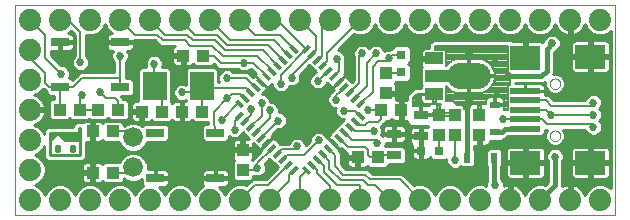
<source format=gtl>
G75*
G70*
%OFA0B0*%
%FSLAX24Y24*%
%IPPOS*%
%LPD*%
%AMOC8*
5,1,8,0,0,1.08239X$1,22.5*
%
%ADD10C,0.0000*%
%ADD11R,0.0433X0.0394*%
%ADD12R,0.0394X0.0433*%
%ADD13R,0.0315X0.0315*%
%ADD14R,0.0600X0.0300*%
%ADD15R,0.0984X0.0197*%
%ADD16R,0.0984X0.0787*%
%ADD17R,0.0472X0.0315*%
%ADD18R,0.0787X0.0945*%
%ADD19C,0.0100*%
%ADD20C,0.0660*%
%ADD21C,0.0740*%
%ADD22R,0.0591X0.0394*%
%ADD23R,0.0787X0.0394*%
%ADD24C,0.0866*%
%ADD25R,0.0315X0.0138*%
%ADD26R,0.0327X0.0248*%
%ADD27R,0.0248X0.0327*%
%ADD28C,0.0080*%
%ADD29C,0.0270*%
%ADD30C,0.0160*%
D10*
X001050Y000150D02*
X001050Y007150D01*
X021050Y007150D01*
X021050Y000150D01*
X001050Y000150D01*
X018873Y002784D02*
X018875Y002810D01*
X018881Y002836D01*
X018891Y002861D01*
X018904Y002884D01*
X018920Y002904D01*
X018940Y002922D01*
X018962Y002937D01*
X018985Y002949D01*
X019011Y002957D01*
X019037Y002961D01*
X019063Y002961D01*
X019089Y002957D01*
X019115Y002949D01*
X019139Y002937D01*
X019160Y002922D01*
X019180Y002904D01*
X019196Y002884D01*
X019209Y002861D01*
X019219Y002836D01*
X019225Y002810D01*
X019227Y002784D01*
X019225Y002758D01*
X019219Y002732D01*
X019209Y002707D01*
X019196Y002684D01*
X019180Y002664D01*
X019160Y002646D01*
X019138Y002631D01*
X019115Y002619D01*
X019089Y002611D01*
X019063Y002607D01*
X019037Y002607D01*
X019011Y002611D01*
X018985Y002619D01*
X018961Y002631D01*
X018940Y002646D01*
X018920Y002664D01*
X018904Y002684D01*
X018891Y002707D01*
X018881Y002732D01*
X018875Y002758D01*
X018873Y002784D01*
X018873Y004516D02*
X018875Y004542D01*
X018881Y004568D01*
X018891Y004593D01*
X018904Y004616D01*
X018920Y004636D01*
X018940Y004654D01*
X018962Y004669D01*
X018985Y004681D01*
X019011Y004689D01*
X019037Y004693D01*
X019063Y004693D01*
X019089Y004689D01*
X019115Y004681D01*
X019139Y004669D01*
X019160Y004654D01*
X019180Y004636D01*
X019196Y004616D01*
X019209Y004593D01*
X019219Y004568D01*
X019225Y004542D01*
X019227Y004516D01*
X019225Y004490D01*
X019219Y004464D01*
X019209Y004439D01*
X019196Y004416D01*
X019180Y004396D01*
X019160Y004378D01*
X019138Y004363D01*
X019115Y004351D01*
X019089Y004343D01*
X019063Y004339D01*
X019037Y004339D01*
X019011Y004343D01*
X018985Y004351D01*
X018961Y004363D01*
X018940Y004378D01*
X018920Y004396D01*
X018904Y004416D01*
X018891Y004439D01*
X018881Y004464D01*
X018875Y004490D01*
X018873Y004516D01*
D11*
X013925Y003630D03*
X013255Y003630D03*
X013145Y002070D03*
X012475Y002070D03*
X007285Y003590D03*
X006615Y003590D03*
X005945Y003590D03*
X005275Y003590D03*
X004485Y003650D03*
X003815Y003650D03*
X003205Y003650D03*
X002535Y003650D03*
X003635Y002930D03*
X004305Y002930D03*
X004305Y001550D03*
X003635Y001550D03*
X006655Y005450D03*
X007325Y005450D03*
D12*
X013410Y004865D03*
X013410Y004195D03*
X015170Y003485D03*
X015710Y003485D03*
X016530Y003485D03*
X016530Y002815D03*
X015710Y002815D03*
X015170Y002815D03*
X008647Y002313D03*
X008647Y001644D03*
D13*
X014595Y002290D03*
X015185Y002290D03*
X013930Y004895D03*
X013930Y005485D03*
D14*
X007730Y002880D03*
X005730Y002880D03*
X005730Y001380D03*
X007730Y001380D03*
X004550Y004400D03*
X002550Y004400D03*
X002550Y005900D03*
X004550Y005900D03*
D15*
X018066Y004280D03*
X018066Y003965D03*
X018066Y003650D03*
X018066Y003335D03*
X018066Y003020D03*
D16*
X018066Y001878D03*
X020231Y001878D03*
X018066Y005382D03*
X020231Y005422D03*
D17*
X014590Y003484D03*
X014590Y002776D03*
X013690Y002844D03*
X013690Y002136D03*
D18*
X007277Y004450D03*
X005703Y004450D03*
D19*
X005159Y004484D02*
X005000Y004484D01*
X005000Y004386D02*
X005159Y004386D01*
X005159Y004287D02*
X005000Y004287D01*
X005000Y004189D02*
X005159Y004189D01*
X005159Y004090D02*
X004579Y004090D01*
X004569Y004100D02*
X004912Y004100D01*
X005000Y004188D01*
X005000Y004612D01*
X004912Y004700D01*
X004740Y004700D01*
X004740Y005237D01*
X004792Y005289D01*
X004835Y005393D01*
X004835Y005507D01*
X004796Y005600D01*
X004870Y005600D01*
X004908Y005610D01*
X004942Y005630D01*
X004970Y005658D01*
X004990Y005692D01*
X005000Y005730D01*
X005000Y005875D01*
X004575Y005875D01*
X004575Y005925D01*
X005000Y005925D01*
X005000Y005960D01*
X005711Y005960D01*
X005891Y005780D01*
X006369Y005780D01*
X006347Y005767D01*
X006319Y005739D01*
X006299Y005705D01*
X006289Y005667D01*
X006289Y005498D01*
X006607Y005498D01*
X006607Y005402D01*
X006289Y005402D01*
X006289Y005233D01*
X006299Y005195D01*
X006319Y005161D01*
X006347Y005133D01*
X006381Y005113D01*
X006419Y005103D01*
X006607Y005103D01*
X006607Y005402D01*
X006704Y005402D01*
X006704Y005103D01*
X006892Y005103D01*
X006930Y005113D01*
X006964Y005133D01*
X006990Y005159D01*
X007046Y005103D01*
X007603Y005103D01*
X007676Y005176D01*
X007720Y005131D01*
X007831Y005020D01*
X008477Y005020D01*
X008529Y004968D01*
X008633Y004925D01*
X008747Y004925D01*
X008851Y004968D01*
X008903Y005020D01*
X008911Y005020D01*
X009085Y004847D01*
X009038Y004800D01*
X008983Y004745D01*
X008829Y004900D01*
X008323Y004900D01*
X008271Y004952D01*
X008167Y004995D01*
X008053Y004995D01*
X007949Y004952D01*
X007868Y004871D01*
X007825Y004767D01*
X007825Y004653D01*
X007864Y004560D01*
X007821Y004560D01*
X007821Y004985D01*
X007733Y005072D01*
X006822Y005072D01*
X006734Y004985D01*
X006734Y004487D01*
X006667Y004515D01*
X006553Y004515D01*
X006449Y004472D01*
X006368Y004391D01*
X006325Y004287D01*
X006246Y004287D01*
X006325Y004287D02*
X006325Y004173D01*
X006368Y004069D01*
X006449Y003988D01*
X006553Y003945D01*
X006667Y003945D01*
X006734Y003973D01*
X006734Y003937D01*
X006664Y003937D01*
X006664Y003638D01*
X006567Y003638D01*
X006567Y003937D01*
X006379Y003937D01*
X006341Y003927D01*
X006307Y003907D01*
X006280Y003880D01*
X006246Y003915D01*
X006246Y004985D01*
X006158Y005072D01*
X005950Y005072D01*
X005975Y005133D01*
X005975Y005247D01*
X005932Y005351D01*
X005851Y005432D01*
X005747Y005475D01*
X005633Y005475D01*
X005529Y005432D01*
X005448Y005351D01*
X005405Y005247D01*
X005405Y005133D01*
X005430Y005072D01*
X005247Y005072D01*
X005159Y004985D01*
X005159Y003937D01*
X005039Y003937D01*
X005001Y003927D01*
X004967Y003907D01*
X004939Y003879D01*
X004919Y003845D01*
X004909Y003807D01*
X004909Y003638D01*
X005227Y003638D01*
X005227Y003542D01*
X004909Y003542D01*
X004909Y003373D01*
X004919Y003335D01*
X004939Y003301D01*
X004967Y003273D01*
X005001Y003253D01*
X005039Y003243D01*
X005227Y003243D01*
X005227Y003542D01*
X005324Y003542D01*
X005324Y003243D01*
X005512Y003243D01*
X005550Y003253D01*
X005584Y003273D01*
X005610Y003299D01*
X005666Y003243D01*
X006223Y003243D01*
X006280Y003300D01*
X006307Y003273D01*
X006341Y003253D01*
X006379Y003243D01*
X006567Y003243D01*
X006567Y003542D01*
X006664Y003542D01*
X006664Y003243D01*
X006852Y003243D01*
X006890Y003253D01*
X006924Y003273D01*
X006950Y003299D01*
X007006Y003243D01*
X007480Y003243D01*
X007480Y003180D01*
X007368Y003180D01*
X007280Y003092D01*
X007280Y002668D01*
X007368Y002580D01*
X008092Y002580D01*
X008180Y002668D01*
X008180Y002777D01*
X008209Y002748D01*
X008313Y002705D01*
X008427Y002705D01*
X008531Y002748D01*
X008612Y002829D01*
X008640Y002898D01*
X008764Y002774D01*
X008859Y002680D01*
X008695Y002680D01*
X008695Y002361D01*
X008993Y002361D01*
X008993Y002545D01*
X009131Y002407D01*
X009142Y002407D01*
X009156Y002382D01*
X009219Y002319D01*
X009265Y002273D01*
X009051Y002060D01*
X008954Y001962D01*
X008937Y001978D01*
X008963Y002004D01*
X008983Y002039D01*
X008993Y002077D01*
X008993Y002265D01*
X008695Y002265D01*
X008695Y002361D01*
X008598Y002361D01*
X008598Y002265D01*
X008300Y002265D01*
X008300Y002077D01*
X008310Y002039D01*
X008330Y002004D01*
X008356Y001978D01*
X008300Y001922D01*
X008300Y001365D01*
X008388Y001277D01*
X008906Y001277D01*
X008993Y001365D01*
X008993Y001454D01*
X009004Y001454D01*
X009073Y001425D01*
X009187Y001425D01*
X009291Y001468D01*
X009372Y001549D01*
X009415Y001653D01*
X009415Y001767D01*
X009380Y001851D01*
X009533Y002005D01*
X009669Y001869D01*
X009805Y001733D01*
X009411Y001340D01*
X008971Y001340D01*
X008758Y001127D01*
X008653Y001170D01*
X008447Y001170D01*
X008255Y001091D01*
X008109Y000945D01*
X008050Y000802D01*
X007991Y000945D01*
X007855Y001080D01*
X008050Y001080D01*
X008088Y001090D01*
X008122Y001110D01*
X008150Y001138D01*
X008170Y001172D01*
X008180Y001210D01*
X008180Y001355D01*
X007755Y001355D01*
X007755Y001405D01*
X007705Y001405D01*
X007705Y001680D01*
X007410Y001680D01*
X007372Y001670D01*
X007338Y001650D01*
X007310Y001622D01*
X007290Y001588D01*
X007280Y001550D01*
X007280Y001405D01*
X007705Y001405D01*
X007705Y001355D01*
X007280Y001355D01*
X007280Y001210D01*
X007290Y001172D01*
X007310Y001138D01*
X007327Y001121D01*
X007255Y001091D01*
X007109Y000945D01*
X007050Y000802D01*
X006991Y000945D01*
X006845Y001091D01*
X006653Y001170D01*
X006447Y001170D01*
X006255Y001091D01*
X006109Y000945D01*
X006050Y000802D01*
X005991Y000945D01*
X005855Y001080D01*
X006050Y001080D01*
X006088Y001090D01*
X006122Y001110D01*
X006150Y001138D01*
X006170Y001172D01*
X006180Y001210D01*
X006180Y001355D01*
X005755Y001355D01*
X005755Y001405D01*
X005705Y001405D01*
X005705Y001680D01*
X005470Y001680D01*
X005470Y001825D01*
X005397Y002002D01*
X005262Y002137D01*
X005085Y002210D01*
X004895Y002210D01*
X004718Y002137D01*
X004583Y002002D01*
X004540Y001897D01*
X004026Y001897D01*
X003970Y001841D01*
X003944Y001867D01*
X003910Y001887D01*
X003872Y001897D01*
X003684Y001897D01*
X003684Y001598D01*
X003587Y001598D01*
X003587Y001502D01*
X003269Y001502D01*
X003269Y001333D01*
X003279Y001295D01*
X003299Y001261D01*
X003327Y001233D01*
X003361Y001213D01*
X003399Y001203D01*
X003587Y001203D01*
X003587Y001502D01*
X003684Y001502D01*
X003684Y001203D01*
X003872Y001203D01*
X003910Y001213D01*
X003944Y001233D01*
X003970Y001259D01*
X004026Y001203D01*
X004583Y001203D01*
X004671Y001291D01*
X004671Y001360D01*
X004681Y001360D01*
X004718Y001323D01*
X004895Y001250D01*
X005085Y001250D01*
X005262Y001323D01*
X005280Y001341D01*
X005280Y001210D01*
X005290Y001172D01*
X005310Y001138D01*
X005327Y001121D01*
X005255Y001091D01*
X005109Y000945D01*
X005050Y000802D01*
X004991Y000945D01*
X004845Y001091D01*
X004653Y001170D01*
X004447Y001170D01*
X004255Y001091D01*
X004109Y000945D01*
X004050Y000802D01*
X003991Y000945D01*
X003845Y001091D01*
X003653Y001170D01*
X003447Y001170D01*
X003255Y001091D01*
X003109Y000945D01*
X003050Y000802D01*
X002991Y000945D01*
X002845Y001091D01*
X002653Y001170D01*
X002447Y001170D01*
X002255Y001091D01*
X002109Y000945D01*
X002050Y000802D01*
X001991Y000945D01*
X001845Y001091D01*
X001702Y001150D01*
X001845Y001209D01*
X001991Y001355D01*
X002070Y001547D01*
X002070Y001753D01*
X001991Y001945D01*
X001845Y002091D01*
X001702Y002150D01*
X001845Y002209D01*
X001991Y002355D01*
X002030Y002450D01*
X002030Y002047D01*
X002147Y001930D01*
X003313Y001930D01*
X003430Y002047D01*
X003430Y002583D01*
X003587Y002583D01*
X003587Y002882D01*
X003684Y002882D01*
X003684Y002583D01*
X003872Y002583D01*
X003910Y002593D01*
X003944Y002613D01*
X003970Y002639D01*
X004026Y002583D01*
X004531Y002583D01*
X004583Y002458D01*
X004718Y002323D01*
X004895Y002250D01*
X005085Y002250D01*
X005262Y002323D01*
X005397Y002458D01*
X005447Y002580D01*
X006092Y002580D01*
X006180Y002668D01*
X006180Y003092D01*
X006092Y003180D01*
X005368Y003180D01*
X005293Y003105D01*
X005262Y003137D01*
X005085Y003210D01*
X004895Y003210D01*
X004718Y003137D01*
X004701Y003120D01*
X004671Y003120D01*
X004671Y003189D01*
X004583Y003277D01*
X004026Y003277D01*
X003970Y003221D01*
X003944Y003247D01*
X003910Y003267D01*
X003872Y003277D01*
X003684Y003277D01*
X003684Y002978D01*
X003587Y002978D01*
X003587Y003277D01*
X003399Y003277D01*
X003361Y003267D01*
X003327Y003247D01*
X003310Y003230D01*
X003097Y003230D01*
X002980Y003113D01*
X002980Y003080D01*
X002147Y003080D01*
X002030Y002963D01*
X002030Y002850D01*
X001991Y002945D01*
X001845Y003091D01*
X001698Y003151D01*
X001750Y003168D01*
X001823Y003205D01*
X001889Y003253D01*
X001947Y003311D01*
X001995Y003377D01*
X002032Y003450D01*
X002057Y003528D01*
X002069Y003600D01*
X001600Y003600D01*
X001600Y003700D01*
X002069Y003700D01*
X002057Y003772D01*
X002032Y003850D01*
X001995Y003923D01*
X001947Y003989D01*
X001889Y004047D01*
X001823Y004095D01*
X001750Y004132D01*
X001698Y004149D01*
X001845Y004209D01*
X001983Y004348D01*
X002000Y004331D01*
X002100Y004231D01*
X002100Y004188D01*
X002188Y004100D01*
X002360Y004100D01*
X002360Y003997D01*
X002257Y003997D01*
X002169Y003909D01*
X002169Y003391D01*
X002257Y003303D01*
X002814Y003303D01*
X002870Y003359D01*
X002926Y003303D01*
X003483Y003303D01*
X003510Y003330D01*
X003537Y003303D01*
X004094Y003303D01*
X004150Y003359D01*
X004206Y003303D01*
X004763Y003303D01*
X004851Y003391D01*
X004851Y003909D01*
X004763Y003997D01*
X004660Y003997D01*
X004660Y004009D01*
X004569Y004100D01*
X004769Y003992D02*
X005159Y003992D01*
X004953Y003893D02*
X004851Y003893D01*
X004851Y003795D02*
X004909Y003795D01*
X004909Y003696D02*
X004851Y003696D01*
X004851Y003598D02*
X005227Y003598D01*
X005227Y003499D02*
X005324Y003499D01*
X005324Y003401D02*
X005227Y003401D01*
X005227Y003302D02*
X005324Y003302D01*
X005101Y003204D02*
X007480Y003204D01*
X007293Y003105D02*
X006167Y003105D01*
X006180Y003007D02*
X007280Y003007D01*
X007280Y002908D02*
X006180Y002908D01*
X006180Y002810D02*
X007280Y002810D01*
X007280Y002711D02*
X006180Y002711D01*
X006125Y002613D02*
X007335Y002613D01*
X008125Y002613D02*
X008324Y002613D01*
X008330Y002622D02*
X008310Y002587D01*
X008300Y002549D01*
X008300Y002361D01*
X008598Y002361D01*
X008598Y002680D01*
X008430Y002680D01*
X008392Y002669D01*
X008358Y002650D01*
X008330Y002622D01*
X008300Y002514D02*
X005420Y002514D01*
X005354Y002416D02*
X008300Y002416D01*
X008598Y002416D02*
X008695Y002416D01*
X008695Y002514D02*
X008598Y002514D01*
X008598Y002613D02*
X008695Y002613D01*
X008993Y002514D02*
X009024Y002514D01*
X008993Y002416D02*
X009123Y002416D01*
X009219Y002319D02*
X009436Y002536D01*
X009219Y002319D01*
X009221Y002317D02*
X008695Y002317D01*
X008598Y002317D02*
X005247Y002317D01*
X005279Y002120D02*
X008300Y002120D01*
X008300Y002219D02*
X003430Y002219D01*
X003430Y002317D02*
X004733Y002317D01*
X004626Y002416D02*
X003430Y002416D01*
X003430Y002514D02*
X004560Y002514D01*
X003997Y002613D02*
X003943Y002613D01*
X003684Y002613D02*
X003587Y002613D01*
X003230Y002630D02*
X002730Y002630D01*
X002480Y002880D01*
X002230Y002630D01*
X002230Y002130D01*
X003230Y002130D01*
X003230Y002630D01*
X003230Y002880D01*
X002480Y002880D01*
X002230Y002880D01*
X002230Y002630D01*
X002280Y002780D02*
X002330Y002830D01*
X002280Y002830D01*
X002030Y002908D02*
X002006Y002908D01*
X002074Y003007D02*
X001929Y003007D01*
X001810Y003105D02*
X002980Y003105D01*
X003071Y003204D02*
X001819Y003204D01*
X001937Y003302D02*
X004938Y003302D01*
X004909Y003401D02*
X004851Y003401D01*
X004851Y003499D02*
X004909Y003499D01*
X004879Y003204D02*
X004657Y003204D01*
X003684Y003204D02*
X003587Y003204D01*
X003587Y003105D02*
X003684Y003105D01*
X003684Y003007D02*
X003587Y003007D01*
X003230Y003030D02*
X003180Y003030D01*
X003180Y002930D01*
X003230Y002880D02*
X003230Y003030D01*
X003180Y002830D02*
X002730Y002830D01*
X002630Y002830D02*
X002730Y002730D01*
X003180Y002730D01*
X003180Y002830D01*
X003587Y002810D02*
X003684Y002810D01*
X003684Y002711D02*
X003587Y002711D01*
X003030Y002430D02*
X002930Y002430D01*
X002930Y002280D01*
X003030Y002280D01*
X003030Y002430D01*
X002530Y002430D02*
X002530Y002280D01*
X002430Y002280D01*
X002430Y002430D01*
X002530Y002430D01*
X002030Y002416D02*
X002016Y002416D01*
X002030Y002317D02*
X001952Y002317D01*
X002030Y002219D02*
X001854Y002219D01*
X001774Y002120D02*
X002030Y002120D01*
X002056Y002022D02*
X001914Y002022D01*
X002000Y001923D02*
X004550Y001923D01*
X004603Y002022D02*
X003404Y002022D01*
X003430Y002120D02*
X004701Y002120D01*
X005377Y002022D02*
X008320Y002022D01*
X008300Y001923D02*
X005430Y001923D01*
X005470Y001825D02*
X008300Y001825D01*
X008300Y001726D02*
X005470Y001726D01*
X005705Y001628D02*
X005755Y001628D01*
X005755Y001680D02*
X005755Y001405D01*
X006180Y001405D01*
X006180Y001550D01*
X006170Y001588D01*
X006150Y001622D01*
X006122Y001650D01*
X006088Y001670D01*
X006050Y001680D01*
X005755Y001680D01*
X006145Y001628D02*
X007315Y001628D01*
X007280Y001529D02*
X006180Y001529D01*
X006180Y001431D02*
X007280Y001431D01*
X007280Y001332D02*
X006180Y001332D01*
X006180Y001234D02*
X007280Y001234D01*
X007313Y001135D02*
X006738Y001135D01*
X006899Y001037D02*
X007201Y001037D01*
X007106Y000938D02*
X006994Y000938D01*
X007034Y000840D02*
X007066Y000840D01*
X006362Y001135D02*
X006147Y001135D01*
X006201Y001037D02*
X005899Y001037D01*
X005994Y000938D02*
X006106Y000938D01*
X006066Y000840D02*
X006034Y000840D01*
X005313Y001135D02*
X004738Y001135D01*
X004614Y001234D02*
X005280Y001234D01*
X005271Y001332D02*
X005280Y001332D01*
X005705Y001431D02*
X005755Y001431D01*
X005755Y001529D02*
X005705Y001529D01*
X004709Y001332D02*
X004671Y001332D01*
X004362Y001135D02*
X003738Y001135D01*
X003684Y001234D02*
X003587Y001234D01*
X003362Y001135D02*
X002738Y001135D01*
X002899Y001037D02*
X003201Y001037D01*
X003106Y000938D02*
X002994Y000938D01*
X003034Y000840D02*
X003066Y000840D01*
X002362Y001135D02*
X001738Y001135D01*
X001869Y001234D02*
X003326Y001234D01*
X003269Y001332D02*
X001967Y001332D01*
X002022Y001431D02*
X003269Y001431D01*
X003587Y001431D02*
X003684Y001431D01*
X003684Y001332D02*
X003587Y001332D01*
X003587Y001529D02*
X002063Y001529D01*
X002070Y001628D02*
X003269Y001628D01*
X003269Y001598D02*
X003587Y001598D01*
X003587Y001897D01*
X003399Y001897D01*
X003361Y001887D01*
X003327Y001867D01*
X003299Y001839D01*
X003279Y001805D01*
X003269Y001767D01*
X003269Y001598D01*
X003587Y001628D02*
X003684Y001628D01*
X003684Y001726D02*
X003587Y001726D01*
X003587Y001825D02*
X003684Y001825D01*
X003290Y001825D02*
X002041Y001825D01*
X002070Y001726D02*
X003269Y001726D01*
X003944Y001234D02*
X003996Y001234D01*
X003899Y001037D02*
X004201Y001037D01*
X004106Y000938D02*
X003994Y000938D01*
X004034Y000840D02*
X004066Y000840D01*
X004899Y001037D02*
X005201Y001037D01*
X005106Y000938D02*
X004994Y000938D01*
X005034Y000840D02*
X005066Y000840D01*
X007705Y001431D02*
X007755Y001431D01*
X007755Y001405D02*
X007755Y001680D01*
X008050Y001680D01*
X008088Y001670D01*
X008122Y001650D01*
X008150Y001622D01*
X008170Y001588D01*
X008180Y001550D01*
X008180Y001405D01*
X007755Y001405D01*
X007755Y001529D02*
X007705Y001529D01*
X007705Y001628D02*
X007755Y001628D01*
X008145Y001628D02*
X008300Y001628D01*
X008300Y001529D02*
X008180Y001529D01*
X008180Y001431D02*
X008300Y001431D01*
X008333Y001332D02*
X008180Y001332D01*
X008180Y001234D02*
X008865Y001234D01*
X008766Y001135D02*
X008738Y001135D01*
X008362Y001135D02*
X008147Y001135D01*
X008201Y001037D02*
X007899Y001037D01*
X007994Y000938D02*
X008106Y000938D01*
X008066Y000840D02*
X008034Y000840D01*
X008960Y001332D02*
X008963Y001332D01*
X008993Y001431D02*
X009060Y001431D01*
X009200Y001431D02*
X009502Y001431D01*
X009600Y001529D02*
X009352Y001529D01*
X009404Y001628D02*
X009699Y001628D01*
X009797Y001726D02*
X009415Y001726D01*
X009391Y001825D02*
X009714Y001825D01*
X009615Y001923D02*
X009452Y001923D01*
X009013Y002022D02*
X008973Y002022D01*
X008993Y002120D02*
X009111Y002120D01*
X009210Y002219D02*
X008993Y002219D01*
X009315Y002416D02*
X009316Y002416D01*
X009414Y002514D02*
X009414Y002514D01*
X009436Y002536D02*
X009436Y002536D01*
X009654Y002754D01*
X009608Y002800D01*
X009814Y003005D01*
X009887Y003005D01*
X009991Y003048D01*
X010072Y003129D01*
X010115Y003233D01*
X010115Y003347D01*
X010072Y003451D01*
X009991Y003532D01*
X009887Y003575D01*
X009835Y003575D01*
X009835Y003687D01*
X009792Y003791D01*
X009711Y003872D01*
X009607Y003915D01*
X009555Y003915D01*
X009555Y003947D01*
X009512Y004051D01*
X009431Y004132D01*
X009327Y004175D01*
X009283Y004175D01*
X009385Y004277D01*
X009385Y004288D01*
X009410Y004302D01*
X009473Y004365D01*
X009255Y004583D01*
X009038Y004800D01*
X009255Y004583D01*
X009255Y004583D01*
X009256Y004583D01*
X009256Y004583D01*
X009473Y004365D01*
X009536Y004428D01*
X009550Y004453D01*
X009561Y004453D01*
X009625Y004517D01*
X009625Y004453D01*
X009668Y004349D01*
X009749Y004268D01*
X009853Y004225D01*
X009967Y004225D01*
X010071Y004268D01*
X010152Y004349D01*
X010188Y004436D01*
X010213Y004425D01*
X010327Y004425D01*
X010431Y004468D01*
X010512Y004549D01*
X010555Y004653D01*
X010555Y004767D01*
X010538Y004809D01*
X010860Y005132D01*
X010996Y004996D01*
X011097Y004895D01*
X011093Y004895D01*
X010989Y004852D01*
X010908Y004771D01*
X010865Y004667D01*
X010865Y004553D01*
X010908Y004449D01*
X010989Y004368D01*
X011093Y004325D01*
X011207Y004325D01*
X011311Y004368D01*
X011392Y004449D01*
X011435Y004553D01*
X011435Y004557D01*
X011539Y004453D01*
X011550Y004453D01*
X011564Y004428D01*
X011627Y004365D01*
X011672Y004320D01*
X011560Y004209D01*
X011560Y004203D01*
X011508Y004151D01*
X011465Y004047D01*
X011465Y003933D01*
X011508Y003829D01*
X011589Y003748D01*
X011693Y003705D01*
X011741Y003705D01*
X011725Y003667D01*
X011725Y003553D01*
X011768Y003449D01*
X011849Y003368D01*
X011953Y003325D01*
X012017Y003325D01*
X011896Y003204D01*
X011720Y003027D01*
X011720Y003027D01*
X011534Y002842D01*
X011534Y002831D01*
X011509Y002817D01*
X011446Y002754D01*
X011664Y002536D01*
X011881Y002319D01*
X011927Y002365D01*
X011960Y002331D01*
X012071Y002220D01*
X012109Y002220D01*
X012109Y002118D01*
X012427Y002118D01*
X012427Y002022D01*
X012109Y002022D01*
X012109Y001853D01*
X012119Y001815D01*
X012139Y001781D01*
X012167Y001753D01*
X012201Y001733D01*
X012239Y001723D01*
X012427Y001723D01*
X012427Y002022D01*
X012524Y002022D01*
X012524Y001723D01*
X012712Y001723D01*
X012750Y001733D01*
X012784Y001753D01*
X012810Y001779D01*
X012866Y001723D01*
X013423Y001723D01*
X013511Y001811D01*
X013511Y001828D01*
X013988Y001828D01*
X014076Y001916D01*
X014076Y002355D01*
X013988Y002443D01*
X013394Y002443D01*
X013415Y002493D01*
X013415Y002542D01*
X013434Y002537D01*
X013661Y002537D01*
X013661Y002816D01*
X013304Y002816D01*
X013304Y002779D01*
X013291Y002792D01*
X013266Y002802D01*
X013295Y002873D01*
X013295Y002987D01*
X013254Y003085D01*
X013329Y003160D01*
X013440Y003271D01*
X013440Y003283D01*
X013534Y003283D01*
X013590Y003339D01*
X013616Y003313D01*
X013650Y003293D01*
X013688Y003283D01*
X013876Y003283D01*
X013876Y003582D01*
X013973Y003582D01*
X013973Y003283D01*
X014120Y003283D01*
X014120Y003211D01*
X014231Y003100D01*
X014829Y003100D01*
X014823Y003094D01*
X014823Y003083D01*
X014619Y003083D01*
X014619Y002804D01*
X014561Y002804D01*
X014561Y002747D01*
X014204Y002747D01*
X014204Y002598D01*
X014214Y002560D01*
X014234Y002526D01*
X014262Y002498D01*
X014291Y002481D01*
X014287Y002467D01*
X014287Y002319D01*
X014566Y002319D01*
X014566Y002597D01*
X014561Y002597D01*
X014561Y002747D01*
X014619Y002747D01*
X014619Y002468D01*
X014623Y002468D01*
X014623Y002319D01*
X014566Y002319D01*
X014566Y002261D01*
X014623Y002261D01*
X014623Y001983D01*
X014772Y001983D01*
X014810Y001993D01*
X014844Y002012D01*
X014872Y002040D01*
X014885Y002063D01*
X014966Y001983D01*
X015405Y001983D01*
X015425Y002003D01*
X015425Y001913D01*
X015468Y001809D01*
X015549Y001728D01*
X015653Y001685D01*
X015767Y001685D01*
X015871Y001728D01*
X015905Y001762D01*
X015931Y001737D01*
X016303Y001737D01*
X016391Y001824D01*
X016391Y002276D01*
X016360Y002307D01*
X016360Y002449D01*
X016482Y002449D01*
X016482Y002767D01*
X016578Y002767D01*
X016578Y002449D01*
X016747Y002449D01*
X016785Y002459D01*
X016819Y002479D01*
X016847Y002507D01*
X016867Y002541D01*
X016877Y002579D01*
X016877Y002623D01*
X017276Y002623D01*
X017332Y002680D01*
X017365Y002680D01*
X017475Y002790D01*
X017493Y002790D01*
X017511Y002772D01*
X018620Y002772D01*
X018708Y002860D01*
X018708Y002983D01*
X018711Y002980D01*
X018783Y002980D01*
X018773Y002969D01*
X018723Y002849D01*
X018723Y002719D01*
X018773Y002599D01*
X018865Y002507D01*
X018985Y002457D01*
X019115Y002457D01*
X019235Y002507D01*
X019327Y002599D01*
X019377Y002719D01*
X019377Y002849D01*
X019327Y002969D01*
X019317Y002980D01*
X020059Y002980D01*
X020088Y002909D01*
X020169Y002828D01*
X020273Y002785D01*
X020387Y002785D01*
X020491Y002828D01*
X020572Y002909D01*
X020615Y003013D01*
X020615Y003127D01*
X020572Y003231D01*
X020523Y003280D01*
X020572Y003329D01*
X020615Y003433D01*
X020615Y003547D01*
X020572Y003651D01*
X020533Y003690D01*
X020572Y003729D01*
X020615Y003833D01*
X020615Y003947D01*
X020572Y004051D01*
X020491Y004132D01*
X020387Y004175D01*
X020273Y004175D01*
X020169Y004132D01*
X020088Y004051D01*
X020051Y003960D01*
X019009Y003960D01*
X018814Y004155D01*
X018706Y004155D01*
X018708Y004162D01*
X018708Y004280D01*
X018708Y004398D01*
X018698Y004436D01*
X018678Y004470D01*
X018650Y004498D01*
X018616Y004518D01*
X018578Y004528D01*
X018066Y004528D01*
X018066Y004280D01*
X018708Y004280D01*
X018066Y004280D01*
X018066Y004280D01*
X018066Y004280D01*
X018066Y004528D01*
X017732Y004528D01*
X017732Y004540D01*
X018685Y004540D01*
X018723Y004578D01*
X018723Y004451D01*
X018773Y004331D01*
X018865Y004239D01*
X018985Y004189D01*
X019115Y004189D01*
X019235Y004239D01*
X019327Y004331D01*
X019377Y004451D01*
X019377Y004581D01*
X019327Y004701D01*
X019235Y004793D01*
X019115Y004843D01*
X018989Y004843D01*
X019000Y004855D01*
X019000Y005585D01*
X019007Y005585D01*
X019111Y005628D01*
X019192Y005709D01*
X019235Y005813D01*
X019235Y005927D01*
X019192Y006031D01*
X019111Y006112D01*
X019007Y006155D01*
X018893Y006155D01*
X018789Y006112D01*
X018708Y006031D01*
X018665Y005927D01*
X018665Y005910D01*
X018650Y005896D01*
X018616Y005916D01*
X018578Y005926D01*
X018116Y005926D01*
X018116Y005432D01*
X018016Y005432D01*
X018016Y005926D01*
X017663Y005926D01*
X017609Y005980D01*
X017608Y005980D01*
X017607Y005981D01*
X017529Y005980D01*
X015128Y005980D01*
X015127Y005981D01*
X015049Y005980D01*
X014971Y005980D01*
X014971Y005979D01*
X014970Y005979D01*
X014915Y005924D01*
X014860Y005869D01*
X014860Y005868D01*
X014859Y005867D01*
X014860Y005789D01*
X014860Y005711D01*
X014861Y005711D01*
X014861Y005707D01*
X014715Y005707D01*
X014677Y005697D01*
X014643Y005677D01*
X014615Y005649D01*
X014595Y005615D01*
X014585Y005577D01*
X014585Y005409D01*
X014864Y005409D01*
X014865Y005312D01*
X014585Y005312D01*
X014585Y005144D01*
X014595Y005105D01*
X014615Y005071D01*
X014622Y005064D01*
X014586Y005029D01*
X014586Y004511D01*
X014622Y004476D01*
X014585Y004439D01*
X014585Y004380D01*
X014371Y004380D01*
X014260Y004269D01*
X014260Y004269D01*
X014231Y004240D01*
X014120Y004129D01*
X014120Y003977D01*
X013973Y003977D01*
X013973Y003678D01*
X013876Y003678D01*
X013876Y003977D01*
X013757Y003977D01*
X013757Y004147D01*
X013458Y004147D01*
X013458Y004244D01*
X013757Y004244D01*
X013757Y004432D01*
X013747Y004470D01*
X013727Y004504D01*
X013701Y004530D01*
X013757Y004586D01*
X013757Y004587D01*
X014150Y004587D01*
X014237Y004675D01*
X014237Y005114D01*
X014162Y005190D01*
X014237Y005266D01*
X014237Y005705D01*
X014150Y005793D01*
X013710Y005793D01*
X013623Y005705D01*
X013623Y005680D01*
X013551Y005680D01*
X013526Y005655D01*
X013453Y005655D01*
X013362Y005617D01*
X013332Y005691D01*
X013251Y005772D01*
X013147Y005815D01*
X013033Y005815D01*
X012929Y005772D01*
X012850Y005693D01*
X012771Y005772D01*
X012667Y005815D01*
X012553Y005815D01*
X012449Y005772D01*
X012368Y005691D01*
X012325Y005587D01*
X012325Y005473D01*
X012340Y005437D01*
X012340Y004629D01*
X012287Y004575D01*
X012150Y004712D01*
X012139Y004712D01*
X012125Y004737D01*
X012062Y004800D01*
X011845Y004583D01*
X011845Y004583D01*
X012062Y004800D01*
X012015Y004847D01*
X012040Y004871D01*
X012040Y005257D01*
X012055Y005293D01*
X012055Y005407D01*
X012012Y005511D01*
X011931Y005592D01*
X011827Y005635D01*
X011804Y005635D01*
X012342Y006173D01*
X012447Y006130D01*
X012653Y006130D01*
X012845Y006209D01*
X012991Y006355D01*
X013050Y006498D01*
X013109Y006355D01*
X013255Y006209D01*
X013447Y006130D01*
X013653Y006130D01*
X013845Y006209D01*
X013991Y006355D01*
X014050Y006498D01*
X014109Y006355D01*
X014255Y006209D01*
X014447Y006130D01*
X014653Y006130D01*
X014845Y006209D01*
X014991Y006355D01*
X015050Y006498D01*
X015109Y006355D01*
X015255Y006209D01*
X015447Y006130D01*
X015653Y006130D01*
X015845Y006209D01*
X015991Y006355D01*
X016050Y006498D01*
X016109Y006355D01*
X016255Y006209D01*
X016447Y006130D01*
X016653Y006130D01*
X016845Y006209D01*
X016991Y006355D01*
X017050Y006498D01*
X017109Y006355D01*
X017255Y006209D01*
X017447Y006130D01*
X017653Y006130D01*
X017845Y006209D01*
X017991Y006355D01*
X018050Y006498D01*
X018109Y006355D01*
X018255Y006209D01*
X018447Y006130D01*
X018653Y006130D01*
X018845Y006209D01*
X018991Y006355D01*
X019051Y006502D01*
X019068Y006450D01*
X019105Y006377D01*
X019153Y006311D01*
X019211Y006253D01*
X019277Y006205D01*
X019350Y006168D01*
X019428Y006143D01*
X019500Y006131D01*
X019500Y006600D01*
X019600Y006600D01*
X019600Y006131D01*
X019672Y006143D01*
X019750Y006168D01*
X019823Y006205D01*
X019889Y006253D01*
X019947Y006311D01*
X019995Y006377D01*
X020032Y006450D01*
X020049Y006502D01*
X020109Y006355D01*
X020255Y006209D01*
X020447Y006130D01*
X020653Y006130D01*
X020845Y006209D01*
X020900Y006265D01*
X020900Y001035D01*
X020845Y001091D01*
X020653Y001170D01*
X020447Y001170D01*
X020255Y001091D01*
X020109Y000945D01*
X020049Y000798D01*
X020032Y000850D01*
X019995Y000923D01*
X019947Y000989D01*
X019889Y001047D01*
X019823Y001095D01*
X019750Y001132D01*
X019672Y001157D01*
X019600Y001169D01*
X019600Y000700D01*
X019500Y000700D01*
X019500Y001169D01*
X019428Y001157D01*
X019350Y001132D01*
X019280Y001096D01*
X019280Y001917D01*
X019292Y001929D01*
X019335Y002033D01*
X019335Y002147D01*
X019292Y002251D01*
X019211Y002332D01*
X019107Y002375D01*
X018993Y002375D01*
X018889Y002332D01*
X018808Y002251D01*
X018765Y002147D01*
X018765Y002033D01*
X018808Y001929D01*
X018820Y001917D01*
X018820Y001245D01*
X018718Y001143D01*
X018653Y001170D01*
X018447Y001170D01*
X018255Y001091D01*
X018109Y000945D01*
X018049Y000798D01*
X018032Y000850D01*
X017995Y000923D01*
X017947Y000989D01*
X017889Y001047D01*
X017823Y001095D01*
X017750Y001132D01*
X017672Y001157D01*
X017600Y001169D01*
X017600Y000700D01*
X017500Y000700D01*
X017500Y001169D01*
X017428Y001157D01*
X017350Y001132D01*
X017335Y001124D01*
X017335Y001207D01*
X017292Y001311D01*
X017253Y001350D01*
X017253Y001780D01*
X017297Y001824D01*
X017297Y002276D01*
X017209Y002363D01*
X016837Y002363D01*
X016749Y002276D01*
X016749Y001824D01*
X016793Y001780D01*
X016793Y001274D01*
X016765Y001207D01*
X016765Y001124D01*
X016653Y001170D01*
X016447Y001170D01*
X016255Y001091D01*
X016109Y000945D01*
X016050Y000802D01*
X015991Y000945D01*
X015845Y001091D01*
X015653Y001170D01*
X015447Y001170D01*
X015255Y001091D01*
X015109Y000945D01*
X015050Y000802D01*
X014991Y000945D01*
X014845Y001091D01*
X014653Y001170D01*
X014447Y001170D01*
X014342Y001127D01*
X013949Y001520D01*
X012969Y001520D01*
X012809Y001680D01*
X012069Y001680D01*
X011900Y001849D01*
X011900Y002209D01*
X011835Y002273D01*
X011881Y002319D01*
X011664Y002536D01*
X011664Y002536D01*
X011446Y002754D01*
X011433Y002740D01*
X011412Y002791D01*
X011331Y002872D01*
X011227Y002915D01*
X011113Y002915D01*
X011009Y002872D01*
X010928Y002791D01*
X010885Y002687D01*
X010885Y002614D01*
X010735Y002464D01*
X010735Y002487D01*
X010692Y002591D01*
X010611Y002672D01*
X010507Y002715D01*
X010393Y002715D01*
X010289Y002672D01*
X010208Y002591D01*
X010179Y002520D01*
X009888Y002520D01*
X009742Y002666D01*
X009731Y002666D01*
X009717Y002691D01*
X009654Y002754D01*
X009436Y002536D01*
X009436Y002536D01*
X009512Y002613D02*
X009513Y002613D01*
X009611Y002711D02*
X009611Y002711D01*
X009697Y002711D02*
X010384Y002711D01*
X010516Y002711D02*
X010895Y002711D01*
X010946Y002810D02*
X009618Y002810D01*
X009717Y002908D02*
X011096Y002908D01*
X011244Y002908D02*
X011600Y002908D01*
X011502Y002810D02*
X011394Y002810D01*
X011489Y002711D02*
X011489Y002711D01*
X011587Y002613D02*
X011588Y002613D01*
X011664Y002536D02*
X011664Y002536D01*
X011686Y002514D02*
X011686Y002514D01*
X011784Y002416D02*
X011785Y002416D01*
X011879Y002317D02*
X011974Y002317D01*
X011890Y002219D02*
X012109Y002219D01*
X012109Y002120D02*
X011900Y002120D01*
X011900Y002022D02*
X012109Y002022D01*
X012109Y001923D02*
X011900Y001923D01*
X011924Y001825D02*
X012117Y001825D01*
X012427Y001825D02*
X012524Y001825D01*
X012524Y001923D02*
X012427Y001923D01*
X012427Y002022D02*
X012524Y002022D01*
X012524Y001726D02*
X012427Y001726D01*
X012228Y001726D02*
X012023Y001726D01*
X012722Y001726D02*
X012863Y001726D01*
X012861Y001628D02*
X016793Y001628D01*
X016793Y001726D02*
X015866Y001726D01*
X015554Y001726D02*
X013426Y001726D01*
X013511Y001825D02*
X015462Y001825D01*
X015425Y001923D02*
X014076Y001923D01*
X014076Y002022D02*
X014336Y002022D01*
X014345Y002012D02*
X014379Y001993D01*
X014417Y001983D01*
X014566Y001983D01*
X014566Y002261D01*
X014287Y002261D01*
X014287Y002113D01*
X014297Y002075D01*
X014317Y002040D01*
X014345Y002012D01*
X014566Y002022D02*
X014623Y002022D01*
X014623Y002120D02*
X014566Y002120D01*
X014566Y002219D02*
X014623Y002219D01*
X014566Y002317D02*
X014076Y002317D01*
X014076Y002219D02*
X014287Y002219D01*
X014287Y002120D02*
X014076Y002120D01*
X014016Y002416D02*
X014287Y002416D01*
X014246Y002514D02*
X013415Y002514D01*
X013661Y002613D02*
X013719Y002613D01*
X013719Y002537D02*
X013946Y002537D01*
X013984Y002547D01*
X014018Y002567D01*
X014046Y002595D01*
X014066Y002629D01*
X014076Y002667D01*
X014076Y002816D01*
X013719Y002816D01*
X013719Y002873D01*
X014076Y002873D01*
X014076Y003022D01*
X014066Y003060D01*
X014046Y003094D01*
X014018Y003122D01*
X013984Y003142D01*
X013946Y003152D01*
X013719Y003152D01*
X013719Y002873D01*
X013661Y002873D01*
X013661Y002816D01*
X013719Y002816D01*
X013719Y002537D01*
X014057Y002613D02*
X014204Y002613D01*
X014561Y002613D02*
X014619Y002613D01*
X014619Y002514D02*
X014566Y002514D01*
X014566Y002416D02*
X014623Y002416D01*
X014619Y002711D02*
X014561Y002711D01*
X014561Y002804D02*
X014204Y002804D01*
X014204Y002953D01*
X014214Y002991D01*
X014234Y003025D01*
X014262Y003053D01*
X014296Y003073D01*
X014334Y003083D01*
X014561Y003083D01*
X014561Y002804D01*
X014561Y002810D02*
X014619Y002810D01*
X014619Y002908D02*
X014561Y002908D01*
X014561Y003007D02*
X014619Y003007D01*
X014223Y003007D02*
X014076Y003007D01*
X014035Y003105D02*
X014226Y003105D01*
X014128Y003204D02*
X013372Y003204D01*
X013396Y003142D02*
X013362Y003122D01*
X013334Y003094D01*
X013314Y003060D01*
X013304Y003022D01*
X013304Y002873D01*
X013661Y002873D01*
X013661Y003152D01*
X013434Y003152D01*
X013396Y003142D01*
X013345Y003105D02*
X013274Y003105D01*
X013287Y003007D02*
X013304Y003007D01*
X013295Y002908D02*
X013304Y002908D01*
X013304Y002810D02*
X013269Y002810D01*
X013661Y002810D02*
X013719Y002810D01*
X013719Y002908D02*
X013661Y002908D01*
X013661Y003007D02*
X013719Y003007D01*
X013719Y003105D02*
X013661Y003105D01*
X013635Y003302D02*
X013553Y003302D01*
X013876Y003302D02*
X013973Y003302D01*
X013973Y003401D02*
X013876Y003401D01*
X013876Y003499D02*
X013973Y003499D01*
X013973Y003696D02*
X013876Y003696D01*
X013876Y003795D02*
X013973Y003795D01*
X013973Y003893D02*
X013876Y003893D01*
X013757Y003992D02*
X014120Y003992D01*
X014120Y004090D02*
X013757Y004090D01*
X013458Y004189D02*
X014180Y004189D01*
X014278Y004287D02*
X013757Y004287D01*
X013757Y004386D02*
X014585Y004386D01*
X014613Y004484D02*
X013738Y004484D01*
X013753Y004583D02*
X014586Y004583D01*
X014586Y004681D02*
X014237Y004681D01*
X014237Y004780D02*
X014586Y004780D01*
X014586Y004878D02*
X014237Y004878D01*
X014237Y004977D02*
X014586Y004977D01*
X014613Y005075D02*
X014237Y005075D01*
X014178Y005174D02*
X014585Y005174D01*
X014585Y005272D02*
X014237Y005272D01*
X014237Y005371D02*
X014864Y005371D01*
X014585Y005469D02*
X014237Y005469D01*
X014237Y005568D02*
X014585Y005568D01*
X014632Y005666D02*
X014237Y005666D01*
X014178Y005765D02*
X014860Y005765D01*
X014859Y005863D02*
X012032Y005863D01*
X012130Y005962D02*
X014952Y005962D01*
X014722Y006159D02*
X015378Y006159D01*
X015208Y006257D02*
X014892Y006257D01*
X014991Y006356D02*
X015109Y006356D01*
X015068Y006454D02*
X015032Y006454D01*
X014208Y006257D02*
X013892Y006257D01*
X013722Y006159D02*
X014378Y006159D01*
X014109Y006356D02*
X013991Y006356D01*
X014032Y006454D02*
X014068Y006454D01*
X013378Y006159D02*
X012722Y006159D01*
X012892Y006257D02*
X013208Y006257D01*
X013109Y006356D02*
X012991Y006356D01*
X013032Y006454D02*
X013068Y006454D01*
X012378Y006159D02*
X012327Y006159D01*
X012229Y006060D02*
X018737Y006060D01*
X018722Y006159D02*
X019380Y006159D01*
X019500Y006159D02*
X019600Y006159D01*
X019600Y006257D02*
X019500Y006257D01*
X019208Y006257D02*
X018892Y006257D01*
X018991Y006356D02*
X019121Y006356D01*
X019067Y006454D02*
X019032Y006454D01*
X019500Y006454D02*
X019600Y006454D01*
X019600Y006356D02*
X019500Y006356D01*
X019500Y006553D02*
X019600Y006553D01*
X019979Y006356D02*
X020109Y006356D01*
X020068Y006454D02*
X020033Y006454D01*
X019892Y006257D02*
X020208Y006257D01*
X020378Y006159D02*
X019720Y006159D01*
X019719Y005965D02*
X019681Y005955D01*
X019647Y005935D01*
X019619Y005907D01*
X019599Y005873D01*
X019589Y005835D01*
X019589Y005472D01*
X020181Y005472D01*
X020181Y005965D01*
X019719Y005965D01*
X019705Y005962D02*
X019221Y005962D01*
X019235Y005863D02*
X019596Y005863D01*
X019589Y005765D02*
X019215Y005765D01*
X019149Y005666D02*
X019589Y005666D01*
X019589Y005568D02*
X019000Y005568D01*
X019000Y005469D02*
X020181Y005469D01*
X020181Y005472D02*
X020181Y005372D01*
X019589Y005372D01*
X019589Y005008D01*
X019599Y004970D01*
X019619Y004936D01*
X019647Y004908D01*
X019681Y004888D01*
X019719Y004878D01*
X019000Y004878D01*
X019249Y004780D02*
X020900Y004780D01*
X020900Y004878D02*
X020743Y004878D01*
X020781Y004888D01*
X020815Y004908D01*
X020843Y004936D01*
X020863Y004970D01*
X020873Y005008D01*
X020873Y005372D01*
X020281Y005372D01*
X020281Y005472D01*
X020181Y005472D01*
X020281Y005472D02*
X020281Y005965D01*
X020743Y005965D01*
X020781Y005955D01*
X020815Y005935D01*
X020843Y005907D01*
X020863Y005873D01*
X020873Y005835D01*
X020873Y005472D01*
X020281Y005472D01*
X020281Y005469D02*
X020900Y005469D01*
X020900Y005371D02*
X020873Y005371D01*
X020873Y005272D02*
X020900Y005272D01*
X020900Y005174D02*
X020873Y005174D01*
X020873Y005075D02*
X020900Y005075D01*
X020900Y004977D02*
X020865Y004977D01*
X020743Y004878D02*
X020281Y004878D01*
X020181Y004878D01*
X019719Y004878D01*
X019597Y004977D02*
X019000Y004977D01*
X019000Y005075D02*
X019589Y005075D01*
X019589Y005174D02*
X019000Y005174D01*
X019000Y005272D02*
X019589Y005272D01*
X019589Y005371D02*
X019000Y005371D01*
X018116Y005469D02*
X018016Y005469D01*
X018016Y005568D02*
X018116Y005568D01*
X018116Y005666D02*
X018016Y005666D01*
X018016Y005765D02*
X018116Y005765D01*
X018116Y005863D02*
X018016Y005863D01*
X017627Y005962D02*
X018679Y005962D01*
X018650Y005896D02*
X018650Y005896D01*
X019163Y006060D02*
X020900Y006060D01*
X020900Y006159D02*
X020722Y006159D01*
X020892Y006257D02*
X020900Y006257D01*
X020900Y005962D02*
X020757Y005962D01*
X020866Y005863D02*
X020900Y005863D01*
X020900Y005765D02*
X020873Y005765D01*
X020873Y005666D02*
X020900Y005666D01*
X020900Y005568D02*
X020873Y005568D01*
X020281Y005568D02*
X020181Y005568D01*
X020181Y005666D02*
X020281Y005666D01*
X020281Y005765D02*
X020181Y005765D01*
X020181Y005863D02*
X020281Y005863D01*
X020281Y005962D02*
X020181Y005962D01*
X020181Y005372D02*
X020281Y005372D01*
X020281Y004878D01*
X020181Y004878D02*
X020181Y005372D01*
X020181Y005371D02*
X020281Y005371D01*
X020281Y005272D02*
X020181Y005272D01*
X020181Y005174D02*
X020281Y005174D01*
X020281Y005075D02*
X020181Y005075D01*
X020181Y004977D02*
X020281Y004977D01*
X020900Y004681D02*
X019336Y004681D01*
X019377Y004583D02*
X020900Y004583D01*
X020900Y004484D02*
X019377Y004484D01*
X019350Y004386D02*
X020900Y004386D01*
X020900Y004287D02*
X019284Y004287D01*
X018879Y004090D02*
X020127Y004090D01*
X020064Y003992D02*
X018977Y003992D01*
X018708Y004189D02*
X020900Y004189D01*
X020900Y004090D02*
X020533Y004090D01*
X020596Y003992D02*
X020900Y003992D01*
X020900Y003893D02*
X020615Y003893D01*
X020599Y003795D02*
X020900Y003795D01*
X020900Y003696D02*
X020539Y003696D01*
X020594Y003598D02*
X020900Y003598D01*
X020900Y003499D02*
X020615Y003499D01*
X020601Y003401D02*
X020900Y003401D01*
X020900Y003302D02*
X020545Y003302D01*
X020583Y003204D02*
X020900Y003204D01*
X020900Y003105D02*
X020615Y003105D01*
X020612Y003007D02*
X020900Y003007D01*
X020900Y002908D02*
X020571Y002908D01*
X020446Y002810D02*
X020900Y002810D01*
X020900Y002711D02*
X019374Y002711D01*
X019377Y002810D02*
X020214Y002810D01*
X020089Y002908D02*
X019353Y002908D01*
X018747Y002908D02*
X018708Y002908D01*
X018723Y002810D02*
X018658Y002810D01*
X018726Y002711D02*
X017396Y002711D01*
X016877Y002613D02*
X018767Y002613D01*
X018857Y002514D02*
X016851Y002514D01*
X016578Y002514D02*
X016482Y002514D01*
X016482Y002613D02*
X016578Y002613D01*
X016578Y002711D02*
X016482Y002711D01*
X016360Y002416D02*
X017529Y002416D01*
X017516Y002412D02*
X017482Y002392D01*
X017454Y002364D01*
X017434Y002330D01*
X017424Y002292D01*
X017424Y001928D01*
X018016Y001928D01*
X018016Y001828D01*
X018116Y001828D01*
X018116Y001928D01*
X018708Y001928D01*
X018708Y002292D01*
X018698Y002330D01*
X018678Y002364D01*
X018650Y002392D01*
X018616Y002412D01*
X018578Y002422D01*
X018116Y002422D01*
X018116Y001928D01*
X018016Y001928D01*
X018016Y002422D01*
X017554Y002422D01*
X017516Y002412D01*
X017430Y002317D02*
X017255Y002317D01*
X017297Y002219D02*
X017424Y002219D01*
X017424Y002120D02*
X017297Y002120D01*
X017297Y002022D02*
X017424Y002022D01*
X017297Y001923D02*
X018016Y001923D01*
X018016Y001828D02*
X017424Y001828D01*
X017424Y001465D01*
X017434Y001427D01*
X017454Y001393D01*
X017482Y001365D01*
X017516Y001345D01*
X017554Y001335D01*
X018016Y001335D01*
X018016Y001828D01*
X018016Y001825D02*
X018116Y001825D01*
X018116Y001828D02*
X018116Y001335D01*
X018578Y001335D01*
X018616Y001345D01*
X018650Y001365D01*
X018678Y001393D01*
X018698Y001427D01*
X018708Y001465D01*
X018708Y001828D01*
X018116Y001828D01*
X018116Y001923D02*
X018814Y001923D01*
X018770Y002022D02*
X018708Y002022D01*
X018708Y002120D02*
X018765Y002120D01*
X018795Y002219D02*
X018708Y002219D01*
X018701Y002317D02*
X018874Y002317D01*
X019226Y002317D02*
X019596Y002317D01*
X019599Y002330D02*
X019589Y002292D01*
X019589Y001928D01*
X020181Y001928D01*
X020181Y001828D01*
X020281Y001828D01*
X020281Y001335D01*
X020743Y001335D01*
X020781Y001345D01*
X020815Y001365D01*
X020843Y001393D01*
X020863Y001427D01*
X020873Y001465D01*
X020873Y001828D01*
X020281Y001828D01*
X020281Y001928D01*
X020873Y001928D01*
X020873Y002292D01*
X020863Y002330D01*
X020843Y002364D01*
X020815Y002392D01*
X020781Y002412D01*
X020743Y002422D01*
X020281Y002422D01*
X020281Y001928D01*
X020181Y001928D01*
X020181Y002422D01*
X019719Y002422D01*
X019681Y002412D01*
X019647Y002392D01*
X019619Y002364D01*
X019599Y002330D01*
X019589Y002219D02*
X019305Y002219D01*
X019335Y002120D02*
X019589Y002120D01*
X019589Y002022D02*
X019330Y002022D01*
X019286Y001923D02*
X020181Y001923D01*
X020181Y001828D02*
X019589Y001828D01*
X019589Y001465D01*
X019599Y001427D01*
X019619Y001393D01*
X019647Y001365D01*
X019681Y001345D01*
X019719Y001335D01*
X020181Y001335D01*
X020181Y001828D01*
X020181Y001825D02*
X020281Y001825D01*
X020281Y001923D02*
X020900Y001923D01*
X020900Y002022D02*
X020873Y002022D01*
X020873Y002120D02*
X020900Y002120D01*
X020900Y002219D02*
X020873Y002219D01*
X020866Y002317D02*
X020900Y002317D01*
X020900Y002416D02*
X020767Y002416D01*
X020900Y002514D02*
X019243Y002514D01*
X019333Y002613D02*
X020900Y002613D01*
X020281Y002416D02*
X020181Y002416D01*
X020181Y002317D02*
X020281Y002317D01*
X020281Y002219D02*
X020181Y002219D01*
X020181Y002120D02*
X020281Y002120D01*
X020281Y002022D02*
X020181Y002022D01*
X019589Y001825D02*
X019280Y001825D01*
X019280Y001726D02*
X019589Y001726D01*
X019589Y001628D02*
X019280Y001628D01*
X019280Y001529D02*
X019589Y001529D01*
X019598Y001431D02*
X019280Y001431D01*
X019280Y001332D02*
X020900Y001332D01*
X020900Y001431D02*
X020864Y001431D01*
X020873Y001529D02*
X020900Y001529D01*
X020900Y001628D02*
X020873Y001628D01*
X020873Y001726D02*
X020900Y001726D01*
X020900Y001825D02*
X020873Y001825D01*
X020281Y001726D02*
X020181Y001726D01*
X020181Y001628D02*
X020281Y001628D01*
X020281Y001529D02*
X020181Y001529D01*
X020181Y001431D02*
X020281Y001431D01*
X020900Y001234D02*
X019280Y001234D01*
X019280Y001135D02*
X019360Y001135D01*
X019500Y001135D02*
X019600Y001135D01*
X019600Y001037D02*
X019500Y001037D01*
X019500Y000938D02*
X019600Y000938D01*
X019600Y000840D02*
X019500Y000840D01*
X019500Y000741D02*
X019600Y000741D01*
X019984Y000938D02*
X020106Y000938D01*
X020066Y000840D02*
X020035Y000840D01*
X019899Y001037D02*
X020201Y001037D01*
X020362Y001135D02*
X019740Y001135D01*
X020738Y001135D02*
X020900Y001135D01*
X020899Y001037D02*
X020900Y001037D01*
X018820Y001332D02*
X017271Y001332D01*
X017253Y001431D02*
X017433Y001431D01*
X017424Y001529D02*
X017253Y001529D01*
X017253Y001628D02*
X017424Y001628D01*
X017424Y001726D02*
X017253Y001726D01*
X017297Y001825D02*
X017424Y001825D01*
X018016Y001726D02*
X018116Y001726D01*
X018116Y001628D02*
X018016Y001628D01*
X018016Y001529D02*
X018116Y001529D01*
X018116Y001431D02*
X018016Y001431D01*
X017324Y001234D02*
X018808Y001234D01*
X018362Y001135D02*
X017740Y001135D01*
X017600Y001135D02*
X017500Y001135D01*
X017500Y001037D02*
X017600Y001037D01*
X017899Y001037D02*
X018201Y001037D01*
X018106Y000938D02*
X017984Y000938D01*
X018035Y000840D02*
X018066Y000840D01*
X017600Y000840D02*
X017500Y000840D01*
X017500Y000938D02*
X017600Y000938D01*
X017600Y000741D02*
X017500Y000741D01*
X017360Y001135D02*
X017335Y001135D01*
X016776Y001234D02*
X014235Y001234D01*
X014334Y001135D02*
X014362Y001135D01*
X014738Y001135D02*
X015362Y001135D01*
X015201Y001037D02*
X014899Y001037D01*
X014994Y000938D02*
X015106Y000938D01*
X015066Y000840D02*
X015034Y000840D01*
X015738Y001135D02*
X016362Y001135D01*
X016201Y001037D02*
X015899Y001037D01*
X015994Y000938D02*
X016106Y000938D01*
X016066Y000840D02*
X016034Y000840D01*
X016738Y001135D02*
X016765Y001135D01*
X016793Y001332D02*
X014137Y001332D01*
X014038Y001431D02*
X016793Y001431D01*
X016793Y001529D02*
X012960Y001529D01*
X014853Y002022D02*
X014927Y002022D01*
X016360Y002317D02*
X016790Y002317D01*
X016749Y002219D02*
X016391Y002219D01*
X016391Y002120D02*
X016749Y002120D01*
X016749Y002022D02*
X016391Y002022D01*
X016391Y001923D02*
X016749Y001923D01*
X016749Y001825D02*
X016391Y001825D01*
X018016Y002022D02*
X018116Y002022D01*
X018116Y002120D02*
X018016Y002120D01*
X018016Y002219D02*
X018116Y002219D01*
X018116Y002317D02*
X018016Y002317D01*
X018016Y002416D02*
X018116Y002416D01*
X018602Y002416D02*
X019695Y002416D01*
X018820Y001825D02*
X018708Y001825D01*
X018708Y001726D02*
X018820Y001726D01*
X018820Y001628D02*
X018708Y001628D01*
X018708Y001529D02*
X018820Y001529D01*
X018820Y001431D02*
X018699Y001431D01*
X014204Y002711D02*
X014076Y002711D01*
X014076Y002810D02*
X014204Y002810D01*
X014204Y002908D02*
X014076Y002908D01*
X013719Y002711D02*
X013661Y002711D01*
X011994Y003302D02*
X010115Y003302D01*
X010093Y003401D02*
X011816Y003401D01*
X011747Y003499D02*
X010024Y003499D01*
X009835Y003598D02*
X011725Y003598D01*
X011737Y003696D02*
X009831Y003696D01*
X009789Y003795D02*
X011542Y003795D01*
X011482Y003893D02*
X009660Y003893D01*
X009536Y003992D02*
X011465Y003992D01*
X011483Y004090D02*
X009473Y004090D01*
X009296Y004189D02*
X011545Y004189D01*
X011638Y004287D02*
X010090Y004287D01*
X010167Y004386D02*
X010971Y004386D01*
X010894Y004484D02*
X010447Y004484D01*
X010526Y004583D02*
X010865Y004583D01*
X010871Y004681D02*
X010555Y004681D01*
X010550Y004780D02*
X010916Y004780D01*
X011052Y004878D02*
X010607Y004878D01*
X010705Y004977D02*
X011016Y004977D01*
X010996Y004996D02*
X010996Y004996D01*
X010917Y005075D02*
X010804Y005075D01*
X011943Y004681D02*
X011943Y004681D01*
X012041Y004780D02*
X012041Y004780D01*
X012082Y004780D02*
X012340Y004780D01*
X012340Y004878D02*
X012040Y004878D01*
X012040Y004977D02*
X012340Y004977D01*
X012340Y005075D02*
X012040Y005075D01*
X012040Y005174D02*
X012340Y005174D01*
X012340Y005272D02*
X012046Y005272D01*
X012055Y005371D02*
X012340Y005371D01*
X012327Y005469D02*
X012029Y005469D01*
X011956Y005568D02*
X012325Y005568D01*
X012358Y005666D02*
X011835Y005666D01*
X011933Y005765D02*
X012441Y005765D01*
X012779Y005765D02*
X012921Y005765D01*
X013259Y005765D02*
X013682Y005765D01*
X013537Y005666D02*
X013342Y005666D01*
X015722Y006159D02*
X016378Y006159D01*
X016208Y006257D02*
X015892Y006257D01*
X015991Y006356D02*
X016109Y006356D01*
X016068Y006454D02*
X016032Y006454D01*
X016722Y006159D02*
X017378Y006159D01*
X017208Y006257D02*
X016892Y006257D01*
X016991Y006356D02*
X017109Y006356D01*
X017068Y006454D02*
X017032Y006454D01*
X017722Y006159D02*
X018378Y006159D01*
X018208Y006257D02*
X017892Y006257D01*
X017991Y006356D02*
X018109Y006356D01*
X018068Y006454D02*
X018032Y006454D01*
X018066Y004484D02*
X018066Y004484D01*
X018066Y004386D02*
X018066Y004386D01*
X018066Y004287D02*
X018066Y004287D01*
X018664Y004484D02*
X018723Y004484D01*
X018708Y004386D02*
X018750Y004386D01*
X018708Y004287D02*
X018816Y004287D01*
X012340Y004681D02*
X012181Y004681D01*
X012279Y004583D02*
X012294Y004583D01*
X011845Y004583D02*
X011627Y004365D01*
X011844Y004583D01*
X011844Y004583D01*
X011845Y004583D01*
X011746Y004484D02*
X011746Y004484D01*
X011647Y004386D02*
X011647Y004386D01*
X011607Y004386D02*
X011329Y004386D01*
X011406Y004484D02*
X011508Y004484D01*
X009730Y004287D02*
X009385Y004287D01*
X009453Y004386D02*
X009453Y004386D01*
X009493Y004386D02*
X009653Y004386D01*
X009625Y004484D02*
X009592Y004484D01*
X009354Y004484D02*
X009354Y004484D01*
X009157Y004681D02*
X009157Y004681D01*
X009059Y004780D02*
X009059Y004780D01*
X009018Y004780D02*
X008949Y004780D01*
X008851Y004878D02*
X009053Y004878D01*
X008955Y004977D02*
X008860Y004977D01*
X008520Y004977D02*
X008211Y004977D01*
X008009Y004977D02*
X007821Y004977D01*
X007776Y005075D02*
X005951Y005075D01*
X005975Y005174D02*
X006312Y005174D01*
X006289Y005272D02*
X005965Y005272D01*
X005913Y005371D02*
X006289Y005371D01*
X006607Y005371D02*
X006704Y005371D01*
X006704Y005272D02*
X006607Y005272D01*
X006607Y005174D02*
X006704Y005174D01*
X006734Y004977D02*
X006246Y004977D01*
X006246Y004878D02*
X006734Y004878D01*
X006734Y004780D02*
X006246Y004780D01*
X006246Y004681D02*
X006734Y004681D01*
X006734Y004583D02*
X006246Y004583D01*
X006246Y004484D02*
X006478Y004484D01*
X006366Y004386D02*
X006246Y004386D01*
X006246Y004189D02*
X006325Y004189D01*
X006360Y004090D02*
X006246Y004090D01*
X006246Y003992D02*
X006445Y003992D01*
X006567Y003893D02*
X006664Y003893D01*
X006664Y003795D02*
X006567Y003795D01*
X006567Y003696D02*
X006664Y003696D01*
X006664Y003499D02*
X006567Y003499D01*
X006567Y003401D02*
X006664Y003401D01*
X006664Y003302D02*
X006567Y003302D01*
X006293Y003893D02*
X006267Y003893D01*
X006246Y003915D02*
X006246Y003915D01*
X005159Y004583D02*
X005000Y004583D01*
X004931Y004681D02*
X005159Y004681D01*
X005159Y004780D02*
X004740Y004780D01*
X004740Y004878D02*
X005159Y004878D01*
X005159Y004977D02*
X004740Y004977D01*
X004740Y005075D02*
X005429Y005075D01*
X005405Y005174D02*
X004740Y005174D01*
X004775Y005272D02*
X005415Y005272D01*
X005467Y005371D02*
X004826Y005371D01*
X004835Y005469D02*
X005619Y005469D01*
X005761Y005469D02*
X006607Y005469D01*
X006289Y005568D02*
X004810Y005568D01*
X004975Y005666D02*
X006289Y005666D01*
X006344Y005765D02*
X005000Y005765D01*
X005000Y005863D02*
X005808Y005863D01*
X004525Y005875D02*
X004100Y005875D01*
X004100Y005730D01*
X004110Y005692D01*
X004130Y005658D01*
X004158Y005630D01*
X004192Y005610D01*
X004230Y005600D01*
X004304Y005600D01*
X004265Y005507D01*
X004265Y005393D01*
X004308Y005289D01*
X004360Y005237D01*
X004360Y004900D01*
X003211Y004900D01*
X003100Y004789D01*
X002962Y004650D01*
X002912Y004700D01*
X002836Y004700D01*
X002875Y004793D01*
X002875Y004907D01*
X002832Y005011D01*
X002751Y005092D01*
X002647Y005135D01*
X002574Y005135D01*
X002240Y005469D01*
X003040Y005469D01*
X003040Y005443D02*
X002988Y005391D01*
X002945Y005287D01*
X002945Y005173D01*
X002988Y005069D01*
X003069Y004988D01*
X003173Y004945D01*
X003287Y004945D01*
X003391Y004988D01*
X003472Y005069D01*
X003515Y005173D01*
X003515Y005287D01*
X003472Y005391D01*
X003420Y005443D01*
X003420Y006141D01*
X003447Y006130D01*
X003653Y006130D01*
X003845Y006209D01*
X003991Y006355D01*
X004050Y006498D01*
X004109Y006355D01*
X004255Y006209D01*
X004278Y006200D01*
X004230Y006200D01*
X004192Y006190D01*
X004158Y006170D01*
X004130Y006142D01*
X004110Y006108D01*
X004100Y006070D01*
X004100Y005925D01*
X004525Y005925D01*
X004525Y005875D01*
X004100Y005863D02*
X003420Y005863D01*
X003420Y005962D02*
X004100Y005962D01*
X004100Y006060D02*
X003420Y006060D01*
X003722Y006159D02*
X004146Y006159D01*
X004208Y006257D02*
X003892Y006257D01*
X003991Y006356D02*
X004109Y006356D01*
X004068Y006454D02*
X004032Y006454D01*
X003040Y006151D02*
X003040Y005443D01*
X002980Y005371D02*
X002338Y005371D01*
X002240Y005469D02*
X002240Y005600D01*
X002525Y005600D01*
X002525Y005875D01*
X002575Y005875D01*
X002575Y005925D01*
X003000Y005925D01*
X003000Y006070D01*
X002990Y006108D01*
X002970Y006142D01*
X002942Y006170D01*
X002908Y006190D01*
X002870Y006200D01*
X002822Y006200D01*
X002845Y006209D01*
X002913Y006278D01*
X003040Y006151D01*
X003033Y006159D02*
X002954Y006159D01*
X002934Y006257D02*
X002892Y006257D01*
X003000Y006060D02*
X003040Y006060D01*
X003040Y005962D02*
X003000Y005962D01*
X003000Y005875D02*
X002575Y005875D01*
X002575Y005600D01*
X002870Y005600D01*
X002908Y005610D01*
X002942Y005630D01*
X002970Y005658D01*
X002990Y005692D01*
X003000Y005730D01*
X003000Y005875D01*
X003000Y005863D02*
X003040Y005863D01*
X003040Y005765D02*
X003000Y005765D01*
X002975Y005666D02*
X003040Y005666D01*
X003040Y005568D02*
X002240Y005568D01*
X002525Y005666D02*
X002575Y005666D01*
X002575Y005765D02*
X002525Y005765D01*
X002525Y005863D02*
X002575Y005863D01*
X003420Y005765D02*
X004100Y005765D01*
X004125Y005666D02*
X003420Y005666D01*
X003420Y005568D02*
X004290Y005568D01*
X004265Y005469D02*
X003420Y005469D01*
X003480Y005371D02*
X004274Y005371D01*
X004325Y005272D02*
X003515Y005272D01*
X003515Y005174D02*
X004360Y005174D01*
X004360Y005075D02*
X003474Y005075D01*
X003363Y004977D02*
X004360Y004977D01*
X003189Y004878D02*
X002875Y004878D01*
X002869Y004780D02*
X003091Y004780D01*
X002992Y004681D02*
X002931Y004681D01*
X002846Y004977D02*
X003097Y004977D01*
X002986Y005075D02*
X002768Y005075D01*
X002945Y005174D02*
X002535Y005174D01*
X002437Y005272D02*
X002945Y005272D01*
X002044Y004287D02*
X001922Y004287D01*
X001795Y004189D02*
X002100Y004189D01*
X002360Y004090D02*
X001829Y004090D01*
X001944Y003992D02*
X002251Y003992D01*
X002169Y003893D02*
X002010Y003893D01*
X002050Y003795D02*
X002169Y003795D01*
X002169Y003696D02*
X001600Y003696D01*
X002068Y003598D02*
X002169Y003598D01*
X002169Y003499D02*
X002048Y003499D01*
X002006Y003401D02*
X002169Y003401D01*
X007821Y004583D02*
X007854Y004583D01*
X007825Y004681D02*
X007821Y004681D01*
X007821Y004780D02*
X007830Y004780D01*
X007821Y004878D02*
X007875Y004878D01*
X007678Y005174D02*
X007674Y005174D01*
X010103Y003204D02*
X011896Y003204D01*
X011797Y003105D02*
X010048Y003105D01*
X009890Y003007D02*
X011699Y003007D01*
X010884Y002613D02*
X010671Y002613D01*
X010724Y002514D02*
X010785Y002514D01*
X010229Y002613D02*
X009795Y002613D01*
X008827Y002711D02*
X008441Y002711D01*
X008299Y002711D02*
X008180Y002711D01*
X008593Y002810D02*
X008729Y002810D01*
X002201Y001037D02*
X001899Y001037D01*
X001994Y000938D02*
X002106Y000938D01*
X002066Y000840D02*
X002034Y000840D01*
D20*
X004990Y001730D03*
X004990Y002730D03*
D21*
X001550Y002650D03*
X001550Y001650D03*
X001550Y000650D03*
X002550Y000650D03*
X003550Y000650D03*
X004550Y000650D03*
X005550Y000650D03*
X006550Y000650D03*
X007550Y000650D03*
X008550Y000650D03*
X009550Y000650D03*
X010550Y000650D03*
X011550Y000650D03*
X012550Y000650D03*
X013550Y000650D03*
X014550Y000650D03*
X015550Y000650D03*
X016550Y000650D03*
X017550Y000650D03*
X018550Y000650D03*
X019550Y000650D03*
X020550Y000650D03*
X020550Y006650D03*
X019550Y006650D03*
X018550Y006650D03*
X017550Y006650D03*
X016550Y006650D03*
X015550Y006650D03*
X014550Y006650D03*
X013550Y006650D03*
X012550Y006650D03*
X011550Y006650D03*
X010550Y006650D03*
X009550Y006650D03*
X008550Y006650D03*
X007550Y006650D03*
X006550Y006650D03*
X005550Y006650D03*
X004550Y006650D03*
X003550Y006650D03*
X002550Y006650D03*
X001550Y006650D03*
X001550Y005650D03*
X001550Y004650D03*
X001550Y003650D03*
D22*
X015030Y004180D03*
X015030Y005360D03*
D23*
X015130Y004770D03*
D24*
X015885Y004770D02*
X016475Y004770D01*
D25*
G36*
X012727Y003921D02*
X012506Y003700D01*
X012409Y003797D01*
X012630Y004018D01*
X012727Y003921D01*
G37*
G36*
X012546Y004102D02*
X012325Y003881D01*
X012228Y003978D01*
X012449Y004199D01*
X012546Y004102D01*
G37*
G36*
X012365Y004283D02*
X012144Y004062D01*
X012047Y004159D01*
X012268Y004380D01*
X012365Y004283D01*
G37*
G36*
X012184Y004464D02*
X011963Y004243D01*
X011866Y004340D01*
X012087Y004561D01*
X012184Y004464D01*
G37*
G36*
X012004Y004645D02*
X011783Y004424D01*
X011686Y004521D01*
X011907Y004742D01*
X012004Y004645D01*
G37*
G36*
X011823Y004826D02*
X011602Y004605D01*
X011505Y004702D01*
X011726Y004923D01*
X011823Y004826D01*
G37*
G36*
X011324Y004883D02*
X011545Y005104D01*
X011642Y005007D01*
X011421Y004786D01*
X011324Y004883D01*
G37*
G36*
X011143Y005063D02*
X011364Y005284D01*
X011461Y005187D01*
X011240Y004966D01*
X011143Y005063D01*
G37*
G36*
X010962Y005244D02*
X011183Y005465D01*
X011280Y005368D01*
X011059Y005147D01*
X010962Y005244D01*
G37*
G36*
X010781Y005425D02*
X011002Y005646D01*
X011099Y005549D01*
X010878Y005328D01*
X010781Y005425D01*
G37*
G36*
X010600Y005606D02*
X010821Y005827D01*
X010918Y005730D01*
X010697Y005509D01*
X010600Y005606D01*
G37*
G36*
X010279Y005827D02*
X010500Y005606D01*
X010403Y005509D01*
X010182Y005730D01*
X010279Y005827D01*
G37*
G36*
X010098Y005646D02*
X010319Y005425D01*
X010222Y005328D01*
X010001Y005549D01*
X010098Y005646D01*
G37*
G36*
X009917Y005465D02*
X010138Y005244D01*
X010041Y005147D01*
X009820Y005368D01*
X009917Y005465D01*
G37*
G36*
X009736Y005284D02*
X009957Y005063D01*
X009860Y004966D01*
X009639Y005187D01*
X009736Y005284D01*
G37*
G36*
X009555Y005104D02*
X009776Y004883D01*
X009679Y004786D01*
X009458Y005007D01*
X009555Y005104D01*
G37*
G36*
X009374Y004923D02*
X009595Y004702D01*
X009498Y004605D01*
X009277Y004826D01*
X009374Y004923D01*
G37*
G36*
X009317Y004424D02*
X009096Y004645D01*
X009193Y004742D01*
X009414Y004521D01*
X009317Y004424D01*
G37*
G36*
X009137Y004243D02*
X008916Y004464D01*
X009013Y004561D01*
X009234Y004340D01*
X009137Y004243D01*
G37*
G36*
X008956Y004062D02*
X008735Y004283D01*
X008832Y004380D01*
X009053Y004159D01*
X008956Y004062D01*
G37*
G36*
X008775Y003881D02*
X008554Y004102D01*
X008651Y004199D01*
X008872Y003978D01*
X008775Y003881D01*
G37*
G36*
X008594Y003700D02*
X008373Y003921D01*
X008470Y004018D01*
X008691Y003797D01*
X008594Y003700D01*
G37*
G36*
X008373Y003379D02*
X008594Y003600D01*
X008691Y003503D01*
X008470Y003282D01*
X008373Y003379D01*
G37*
G36*
X008554Y003198D02*
X008775Y003419D01*
X008872Y003322D01*
X008651Y003101D01*
X008554Y003198D01*
G37*
G36*
X008735Y003017D02*
X008956Y003238D01*
X009053Y003141D01*
X008832Y002920D01*
X008735Y003017D01*
G37*
G36*
X008916Y002836D02*
X009137Y003057D01*
X009234Y002960D01*
X009013Y002739D01*
X008916Y002836D01*
G37*
G36*
X009096Y002655D02*
X009317Y002876D01*
X009414Y002779D01*
X009193Y002558D01*
X009096Y002655D01*
G37*
G36*
X009277Y002474D02*
X009498Y002695D01*
X009595Y002598D01*
X009374Y002377D01*
X009277Y002474D01*
G37*
G36*
X009776Y002417D02*
X009555Y002196D01*
X009458Y002293D01*
X009679Y002514D01*
X009776Y002417D01*
G37*
G36*
X009957Y002237D02*
X009736Y002016D01*
X009639Y002113D01*
X009860Y002334D01*
X009957Y002237D01*
G37*
G36*
X010138Y002056D02*
X009917Y001835D01*
X009820Y001932D01*
X010041Y002153D01*
X010138Y002056D01*
G37*
G36*
X010319Y001875D02*
X010098Y001654D01*
X010001Y001751D01*
X010222Y001972D01*
X010319Y001875D01*
G37*
G36*
X010500Y001694D02*
X010279Y001473D01*
X010182Y001570D01*
X010403Y001791D01*
X010500Y001694D01*
G37*
G36*
X010821Y001473D02*
X010600Y001694D01*
X010697Y001791D01*
X010918Y001570D01*
X010821Y001473D01*
G37*
G36*
X011002Y001654D02*
X010781Y001875D01*
X010878Y001972D01*
X011099Y001751D01*
X011002Y001654D01*
G37*
G36*
X011183Y001835D02*
X010962Y002056D01*
X011059Y002153D01*
X011280Y001932D01*
X011183Y001835D01*
G37*
G36*
X011364Y002016D02*
X011143Y002237D01*
X011240Y002334D01*
X011461Y002113D01*
X011364Y002016D01*
G37*
G36*
X011545Y002196D02*
X011324Y002417D01*
X011421Y002514D01*
X011642Y002293D01*
X011545Y002196D01*
G37*
G36*
X011726Y002377D02*
X011505Y002598D01*
X011602Y002695D01*
X011823Y002474D01*
X011726Y002377D01*
G37*
G36*
X011783Y002876D02*
X012004Y002655D01*
X011907Y002558D01*
X011686Y002779D01*
X011783Y002876D01*
G37*
G36*
X011963Y003057D02*
X012184Y002836D01*
X012087Y002739D01*
X011866Y002960D01*
X011963Y003057D01*
G37*
G36*
X012144Y003238D02*
X012365Y003017D01*
X012268Y002920D01*
X012047Y003141D01*
X012144Y003238D01*
G37*
G36*
X012325Y003419D02*
X012546Y003198D01*
X012449Y003101D01*
X012228Y003322D01*
X012325Y003419D01*
G37*
G36*
X012506Y003600D02*
X012727Y003379D01*
X012630Y003282D01*
X012409Y003503D01*
X012506Y003600D01*
G37*
D26*
X017050Y003803D03*
X017050Y002897D03*
D27*
X017023Y002050D03*
X016117Y002050D03*
D28*
X015710Y001970D02*
X015710Y002815D01*
X015170Y002815D02*
X015170Y002305D01*
X015185Y002290D01*
X013690Y002136D02*
X013684Y002130D01*
X013330Y002130D01*
X013295Y002095D01*
X013070Y002095D01*
X013065Y002090D01*
X012890Y002090D01*
X012830Y002150D01*
X012830Y002310D01*
X012730Y002410D01*
X012150Y002410D01*
X011845Y002715D01*
X011845Y002717D01*
X012025Y002895D02*
X012290Y002630D01*
X013050Y002630D01*
X013130Y002550D01*
X012025Y002895D02*
X012025Y002898D01*
X012221Y003079D02*
X012370Y002930D01*
X013010Y002930D01*
X012710Y003130D02*
X012830Y003250D01*
X013150Y003250D01*
X013250Y003350D01*
X013250Y003625D01*
X013255Y003630D01*
X013235Y003650D01*
X012810Y003650D01*
X012579Y003859D02*
X012970Y004250D01*
X012970Y005090D01*
X013150Y005270D01*
X013410Y005270D01*
X013510Y005370D01*
X013630Y005490D01*
X013925Y005490D01*
X013930Y005485D01*
X013090Y005530D02*
X012770Y005210D01*
X012770Y004430D01*
X012387Y004047D01*
X012387Y004040D01*
X012206Y004221D02*
X012206Y004226D01*
X012530Y004550D01*
X012530Y005450D01*
X012610Y005530D01*
X011850Y005270D02*
X011770Y005350D01*
X011850Y005270D02*
X011850Y004950D01*
X011664Y004764D01*
X011483Y004945D02*
X011150Y004612D01*
X011150Y004610D01*
X011874Y004250D02*
X012025Y004402D01*
X011874Y004250D02*
X011870Y004250D01*
X011750Y004130D01*
X011750Y003990D01*
X011170Y004130D02*
X010690Y004130D01*
X010670Y004150D01*
X009910Y004510D02*
X009910Y004820D01*
X010759Y005668D01*
X010759Y005681D01*
X009790Y006650D01*
X009550Y006650D01*
X010550Y006650D02*
X011090Y006110D01*
X011090Y005630D01*
X010947Y005487D01*
X010940Y005487D01*
X010940Y005480D01*
X010270Y004810D01*
X010270Y004710D01*
X009617Y004945D02*
X009617Y004963D01*
X009130Y005450D01*
X007970Y005450D01*
X007630Y005790D01*
X006890Y005790D01*
X006710Y005970D01*
X005970Y005970D01*
X005790Y006150D01*
X005050Y006150D01*
X004550Y006650D01*
X005550Y006650D02*
X006050Y006150D01*
X006790Y006150D01*
X006970Y005970D01*
X007710Y005970D01*
X008050Y005630D01*
X009310Y005630D01*
X009798Y005142D01*
X009798Y005125D01*
X009979Y005306D02*
X009979Y005321D01*
X009490Y005810D01*
X008130Y005810D01*
X007790Y006150D01*
X007050Y006150D01*
X006550Y006650D01*
X007550Y006650D02*
X008230Y005970D01*
X009678Y005970D01*
X010160Y005487D01*
X010341Y005668D02*
X010341Y005679D01*
X009870Y006150D01*
X009050Y006150D01*
X008550Y006650D01*
X011270Y006370D02*
X011550Y006650D01*
X011270Y006370D02*
X011270Y005450D01*
X011126Y005306D01*
X011121Y005306D01*
X011302Y005142D02*
X011450Y005290D01*
X011450Y005550D01*
X012550Y006650D01*
X015050Y005790D02*
X017474Y005790D01*
X017474Y004947D01*
X017532Y004889D01*
X017538Y004889D01*
X017542Y004478D01*
X017532Y004478D01*
X017474Y004420D01*
X017474Y004140D01*
X017491Y004122D01*
X017474Y004105D01*
X017474Y003825D01*
X017491Y003807D01*
X017474Y003790D01*
X017474Y003651D01*
X017351Y003652D01*
X017353Y003660D01*
X017353Y003781D01*
X017072Y003781D01*
X017072Y003825D01*
X017028Y003825D01*
X017028Y004067D01*
X016868Y004067D01*
X016833Y004057D01*
X016801Y004039D01*
X016775Y004013D01*
X016756Y003981D01*
X016747Y003945D01*
X016747Y003841D01*
X016745Y003841D01*
X016570Y003841D01*
X016570Y003658D01*
X016490Y003659D01*
X016490Y003841D01*
X016315Y003841D01*
X016279Y003832D01*
X016247Y003813D01*
X016221Y003787D01*
X016203Y003755D01*
X016193Y003720D01*
X016193Y003661D01*
X016007Y003662D01*
X016007Y003743D01*
X015948Y003801D01*
X015797Y003801D01*
X015730Y003868D01*
X015648Y003950D01*
X015425Y003950D01*
X015425Y004418D01*
X015410Y004433D01*
X015421Y004433D01*
X015448Y004397D01*
X015511Y004333D01*
X015584Y004280D01*
X015665Y004239D01*
X015751Y004211D01*
X015840Y004197D01*
X016140Y004197D01*
X016140Y004730D01*
X015312Y004730D01*
X015170Y004730D01*
X015170Y004810D01*
X016140Y004810D01*
X016140Y004730D01*
X016220Y004730D01*
X016220Y004197D01*
X016520Y004197D01*
X016610Y004211D01*
X016695Y004239D01*
X016776Y004280D01*
X016849Y004333D01*
X016912Y004397D01*
X016965Y004470D01*
X017006Y004550D01*
X017034Y004636D01*
X017048Y004725D01*
X017048Y004730D01*
X016220Y004730D01*
X016220Y004810D01*
X016140Y004810D01*
X016140Y005343D01*
X015840Y005343D01*
X015751Y005329D01*
X015665Y005301D01*
X015584Y005260D01*
X015511Y005207D01*
X015448Y005143D01*
X015421Y005107D01*
X015410Y005107D01*
X015425Y005122D01*
X015425Y005598D01*
X015367Y005657D01*
X015051Y005657D01*
X015050Y005790D01*
X015051Y005724D02*
X017474Y005724D01*
X017474Y005645D02*
X015379Y005645D01*
X015425Y005567D02*
X017474Y005567D01*
X017474Y005488D02*
X015425Y005488D01*
X015425Y005410D02*
X017474Y005410D01*
X017474Y005331D02*
X016597Y005331D01*
X016610Y005329D02*
X016520Y005343D01*
X016220Y005343D01*
X016220Y004810D01*
X017048Y004810D01*
X017048Y004815D01*
X017034Y004904D01*
X017006Y004990D01*
X016965Y005070D01*
X016912Y005143D01*
X016849Y005207D01*
X016776Y005260D01*
X016695Y005301D01*
X016610Y005329D01*
X016786Y005253D02*
X017474Y005253D01*
X017474Y005174D02*
X016882Y005174D01*
X016947Y005096D02*
X017474Y005096D01*
X017474Y005017D02*
X016993Y005017D01*
X017023Y004939D02*
X017482Y004939D01*
X017539Y004860D02*
X017041Y004860D01*
X017045Y004703D02*
X017540Y004703D01*
X017541Y004625D02*
X017031Y004625D01*
X017004Y004546D02*
X017542Y004546D01*
X017521Y004468D02*
X016964Y004468D01*
X016905Y004389D02*
X017474Y004389D01*
X017474Y004311D02*
X016818Y004311D01*
X016674Y004232D02*
X017474Y004232D01*
X017474Y004154D02*
X015425Y004154D01*
X015425Y004232D02*
X015686Y004232D01*
X015542Y004311D02*
X015425Y004311D01*
X015425Y004389D02*
X015455Y004389D01*
X014990Y004190D02*
X014990Y004140D01*
X014595Y004140D01*
X014595Y003965D01*
X014604Y003929D01*
X014623Y003897D01*
X014649Y003871D01*
X014681Y003853D01*
X014716Y003843D01*
X014990Y003843D01*
X014990Y004140D01*
X015060Y004140D01*
X015070Y004130D01*
X015070Y003843D01*
X015237Y003843D01*
X015239Y003841D01*
X015210Y003841D01*
X015210Y003525D01*
X015130Y003525D01*
X015130Y003841D01*
X014955Y003841D01*
X014919Y003832D01*
X014887Y003813D01*
X014861Y003787D01*
X014856Y003779D01*
X014845Y003782D01*
X014629Y003782D01*
X014629Y003523D01*
X014966Y003523D01*
X014966Y003525D01*
X015130Y003525D01*
X015130Y003445D01*
X014966Y003445D01*
X014966Y003446D01*
X014629Y003446D01*
X014629Y003523D01*
X014551Y003523D01*
X014551Y003782D01*
X014335Y003782D01*
X014310Y003775D01*
X014310Y004050D01*
X014450Y004190D01*
X014990Y004190D01*
X014990Y004154D02*
X014414Y004154D01*
X014335Y004075D02*
X014595Y004075D01*
X014595Y003997D02*
X014310Y003997D01*
X014310Y003918D02*
X014611Y003918D01*
X014310Y003840D02*
X014948Y003840D01*
X014990Y003918D02*
X015070Y003918D01*
X015070Y003997D02*
X014990Y003997D01*
X014990Y004075D02*
X015070Y004075D01*
X015425Y004075D02*
X017474Y004075D01*
X017474Y003997D02*
X017335Y003997D01*
X017325Y004013D02*
X017299Y004039D01*
X017267Y004057D01*
X017232Y004067D01*
X017072Y004067D01*
X017072Y003825D01*
X017353Y003825D01*
X017353Y003945D01*
X017344Y003981D01*
X017325Y004013D01*
X017353Y003918D02*
X017474Y003918D01*
X017474Y003840D02*
X017353Y003840D01*
X017353Y003761D02*
X017474Y003761D01*
X017474Y003683D02*
X017353Y003683D01*
X017072Y003840D02*
X017028Y003840D01*
X017028Y003918D02*
X017072Y003918D01*
X017072Y003997D02*
X017028Y003997D01*
X016765Y003997D02*
X015425Y003997D01*
X015680Y003918D02*
X016747Y003918D01*
X016570Y003840D02*
X016490Y003840D01*
X016490Y003761D02*
X016570Y003761D01*
X016570Y003683D02*
X016490Y003683D01*
X016206Y003761D02*
X015988Y003761D01*
X016007Y003683D02*
X016193Y003683D01*
X016308Y003840D02*
X015758Y003840D01*
X015210Y003840D02*
X015130Y003840D01*
X015130Y003761D02*
X015210Y003761D01*
X015210Y003683D02*
X015130Y003683D01*
X015130Y003604D02*
X015210Y003604D01*
X015210Y003526D02*
X015130Y003526D01*
X015130Y003447D02*
X014629Y003447D01*
X014629Y003526D02*
X014551Y003526D01*
X014551Y003604D02*
X014629Y003604D01*
X014629Y003683D02*
X014551Y003683D01*
X014551Y003761D02*
X014629Y003761D01*
X015210Y003525D02*
X015373Y003525D01*
X015670Y003525D01*
X015670Y003445D01*
X015210Y003445D01*
X015210Y003525D01*
X015210Y003447D02*
X015670Y003447D01*
X017330Y003330D02*
X018061Y003330D01*
X018630Y003330D01*
X018790Y003170D01*
X020230Y003170D01*
X020330Y003070D01*
X020330Y003490D02*
X018910Y003490D01*
X018750Y003650D01*
X018066Y003650D01*
X018066Y003965D02*
X018735Y003965D01*
X018930Y003770D01*
X020210Y003770D01*
X020330Y003890D01*
X018066Y003335D02*
X018061Y003330D01*
X016220Y004232D02*
X016140Y004232D01*
X016140Y004311D02*
X016220Y004311D01*
X016220Y004389D02*
X016140Y004389D01*
X016140Y004468D02*
X016220Y004468D01*
X016220Y004546D02*
X016140Y004546D01*
X016140Y004625D02*
X016220Y004625D01*
X016220Y004703D02*
X016140Y004703D01*
X016140Y004782D02*
X015170Y004782D01*
X015425Y005174D02*
X015478Y005174D01*
X015425Y005253D02*
X015574Y005253D01*
X015425Y005331D02*
X015764Y005331D01*
X016140Y005331D02*
X016220Y005331D01*
X016220Y005253D02*
X016140Y005253D01*
X016140Y005174D02*
X016220Y005174D01*
X016220Y005096D02*
X016140Y005096D01*
X016140Y005017D02*
X016220Y005017D01*
X016220Y004939D02*
X016140Y004939D01*
X016140Y004860D02*
X016220Y004860D01*
X016220Y004782D02*
X017539Y004782D01*
X013930Y004895D02*
X013900Y004865D01*
X013410Y004865D01*
X011302Y005125D02*
X011302Y005142D01*
X009436Y004764D02*
X008990Y005210D01*
X008690Y005210D01*
X007910Y005210D01*
X007670Y005450D01*
X007325Y005450D01*
X005690Y005190D02*
X005690Y004437D01*
X005703Y004450D01*
X005945Y004208D01*
X005945Y003590D01*
X007277Y003597D02*
X007285Y003590D01*
X007277Y003597D02*
X007277Y004450D01*
X007230Y004403D01*
X007230Y004370D01*
X007090Y004230D01*
X006610Y004230D01*
X007277Y004450D02*
X007357Y004370D01*
X008744Y004370D01*
X008894Y004221D01*
X008700Y004040D02*
X008550Y004190D01*
X008290Y004190D01*
X008130Y004030D01*
X007670Y003570D01*
X007670Y003150D01*
X007730Y003090D01*
X007730Y002880D01*
X008370Y002990D02*
X008370Y003270D01*
X008532Y003432D01*
X008532Y003441D01*
X008720Y003260D02*
X008930Y003470D01*
X008930Y003670D01*
X008532Y003859D02*
X008499Y003859D01*
X007950Y003310D01*
X008713Y003260D02*
X008720Y003260D01*
X008894Y003079D02*
X008899Y003079D01*
X009270Y003450D01*
X009270Y003890D01*
X008713Y004040D02*
X008700Y004040D01*
X009055Y004405D02*
X008750Y004710D01*
X008110Y004710D01*
X009055Y004405D02*
X009075Y004405D01*
X009075Y004402D01*
X009550Y003630D02*
X009550Y003370D01*
X009078Y002898D01*
X009075Y002898D01*
X009255Y002717D02*
X009257Y002717D01*
X009830Y003290D01*
X010690Y002150D02*
X011170Y002630D01*
X010450Y002430D02*
X010350Y002330D01*
X009950Y002330D01*
X009798Y002178D01*
X009798Y002175D01*
X009979Y001999D02*
X010130Y002150D01*
X010690Y002150D01*
X011121Y001994D02*
X011126Y001994D01*
X011350Y001770D01*
X011350Y001590D01*
X011790Y001150D01*
X012550Y001150D01*
X012550Y000650D01*
X013050Y001150D02*
X013550Y000650D01*
X013870Y001330D02*
X014550Y000650D01*
X013050Y001150D02*
X012810Y001150D01*
X012650Y001310D01*
X011910Y001310D01*
X011530Y001690D01*
X011530Y001950D01*
X011305Y002175D01*
X011302Y002175D01*
X011485Y002355D02*
X011710Y002130D01*
X011710Y001770D01*
X011990Y001490D01*
X012730Y001490D01*
X012890Y001330D01*
X013870Y001330D01*
X013070Y002095D02*
X012950Y002095D01*
X011485Y002355D02*
X011483Y002355D01*
X009979Y001999D02*
X009979Y001994D01*
X010140Y001800D02*
X009490Y001150D01*
X009050Y001150D01*
X008550Y000650D01*
X009550Y000650D02*
X010190Y001290D01*
X010190Y001490D01*
X010299Y001599D01*
X010341Y001599D01*
X010341Y001632D01*
X010160Y001800D02*
X010140Y001800D01*
X010160Y001800D02*
X010160Y001813D01*
X010550Y001410D02*
X010768Y001628D01*
X010768Y001632D01*
X010759Y001632D01*
X010940Y001813D02*
X010947Y001813D01*
X011130Y001630D01*
X011130Y001530D01*
X011550Y001110D01*
X011550Y000650D01*
X010550Y000650D02*
X010550Y001410D01*
X009615Y002355D02*
X009130Y001870D01*
X009130Y001710D01*
X009064Y001644D01*
X008647Y001644D01*
X009615Y002355D02*
X009617Y002355D01*
X012206Y003079D02*
X012221Y003079D01*
X012387Y003260D02*
X012400Y003260D01*
X012530Y003130D01*
X012710Y003130D01*
X012568Y003441D02*
X012559Y003441D01*
X012390Y003610D01*
X012010Y003610D01*
X012568Y003859D02*
X012579Y003859D01*
X005690Y004430D02*
X005690Y004437D01*
X004550Y004400D02*
X004550Y005450D01*
X003230Y005230D02*
X003230Y006230D01*
X002810Y006650D01*
X002550Y006650D01*
X002050Y006150D02*
X001550Y006650D01*
X002050Y006150D02*
X002050Y005390D01*
X002590Y004850D01*
X002050Y004890D02*
X002050Y004550D01*
X002190Y004410D01*
X002540Y004410D01*
X002550Y004400D01*
X002550Y003665D01*
X002535Y003650D01*
X003190Y003635D02*
X003205Y003650D01*
X003205Y004065D01*
X003290Y004150D01*
X003870Y004230D02*
X004070Y004030D01*
X004370Y004030D01*
X004470Y003930D01*
X004470Y003665D01*
X004485Y003650D01*
X003815Y003650D02*
X003205Y003650D01*
X002980Y004400D02*
X002550Y004400D01*
X002980Y004400D02*
X003290Y004710D01*
X004550Y004710D01*
X004550Y004400D01*
X002050Y004890D02*
X001550Y005390D01*
X001550Y005650D01*
X004305Y002930D02*
X004790Y002930D01*
X004990Y002730D01*
X004990Y001730D02*
X004810Y001550D01*
X004305Y001550D01*
X017023Y001197D02*
X017023Y001177D01*
X017050Y001150D01*
D29*
X017050Y001150D03*
X015710Y001970D03*
X013130Y002550D03*
X013010Y002930D03*
X012010Y003610D03*
X012810Y003650D03*
X011750Y003990D03*
X011150Y004610D03*
X010270Y004710D03*
X009910Y004510D03*
X009270Y003890D03*
X008930Y003670D03*
X009550Y003630D03*
X009830Y003290D03*
X008370Y002990D03*
X007950Y003310D03*
X008130Y004030D03*
X006610Y004230D03*
X008110Y004710D03*
X008690Y005210D03*
X005690Y005190D03*
X004550Y005450D03*
X003230Y005230D03*
X002590Y004850D03*
X003870Y004230D03*
X003290Y004150D03*
X009130Y001710D03*
X010450Y002430D03*
X011170Y002630D03*
X014490Y004010D03*
X016190Y003990D03*
X017130Y004290D03*
X018910Y003490D03*
X020330Y003490D03*
X020330Y003070D03*
X020330Y003890D03*
X017330Y003330D03*
X019050Y002090D03*
X017050Y005350D03*
X016190Y005550D03*
X013510Y005370D03*
X013090Y005530D03*
X012610Y005530D03*
X011770Y005350D03*
X018950Y005870D03*
D30*
X018770Y005690D01*
X018770Y004950D01*
X018590Y004770D01*
X017430Y004770D01*
X016130Y003750D02*
X016130Y002037D01*
X016117Y002050D01*
X017023Y002050D02*
X017023Y001197D01*
X018550Y000650D02*
X019050Y001150D01*
X019050Y002090D01*
X017380Y003020D02*
X017270Y002910D01*
X017063Y002910D01*
X017050Y002897D01*
X017380Y003020D02*
X018066Y003020D01*
M02*

</source>
